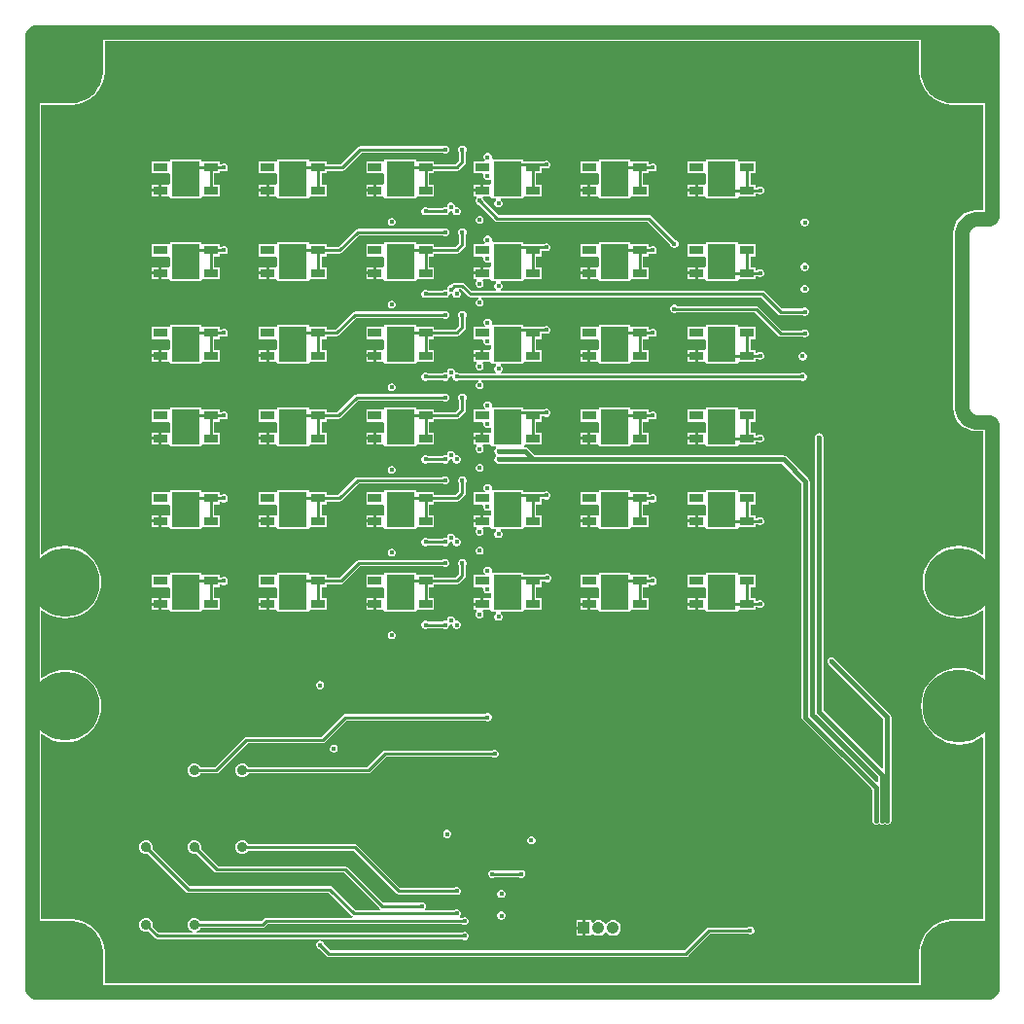
<source format=gbr>
G04*
G04 #@! TF.GenerationSoftware,Altium Limited,Altium Designer,24.1.2 (44)*
G04*
G04 Layer_Physical_Order=4*
G04 Layer_Color=16711680*
%FSLAX44Y44*%
%MOMM*%
G71*
G04*
G04 #@! TF.SameCoordinates,6DB90BD0-6BCB-4E72-83D2-ACCC89333B5C*
G04*
G04*
G04 #@! TF.FilePolarity,Positive*
G04*
G01*
G75*
%ADD18C,0.2540*%
%ADD39C,1.2700*%
%ADD59C,0.4000*%
%ADD60R,1.0500X1.0500*%
%ADD61C,1.0500*%
%ADD62C,0.4000*%
%ADD63C,6.3500*%
%ADD64C,1.0000*%
%ADD65C,1.2000*%
%ADD66C,6.0000*%
%ADD67C,0.5000*%
%ADD68C,0.9000*%
%ADD69R,1.1938X0.7620*%
%ADD70R,2.4892X3.0988*%
G36*
X843526Y840146D02*
X842830D01*
X842117Y839851D01*
X843464Y838504D01*
X841668Y836708D01*
X840321Y838055D01*
X840026Y837342D01*
Y835950D01*
X840321Y835237D01*
X841668Y836584D01*
X843464Y834788D01*
X842117Y833441D01*
X842830Y833146D01*
X843526D01*
Y830146D01*
X842830D01*
X842117Y829851D01*
X843464Y828504D01*
X841668Y826708D01*
X840321Y828055D01*
X840026Y827342D01*
Y825950D01*
X840321Y825238D01*
X841668Y826584D01*
X843464Y824788D01*
X842117Y823441D01*
X842830Y823146D01*
X843526D01*
Y820146D01*
X842830D01*
X842117Y819851D01*
X843464Y818504D01*
X841668Y816709D01*
X840321Y818055D01*
X840026Y817343D01*
Y815950D01*
X840321Y815238D01*
X841668Y816584D01*
X843464Y814788D01*
X842117Y813441D01*
X842830Y813146D01*
X843526D01*
Y810146D01*
X842830D01*
X842117Y809851D01*
X843464Y808504D01*
X841668Y806709D01*
X840321Y808055D01*
X840026Y807343D01*
Y805950D01*
X840321Y805238D01*
X841668Y806584D01*
X843464Y804788D01*
X842117Y803441D01*
X842830Y803146D01*
X843526D01*
Y800146D01*
X842830D01*
X842117Y799851D01*
X843464Y798504D01*
X841668Y796709D01*
X840321Y798055D01*
X840026Y797343D01*
Y795950D01*
X840321Y795238D01*
X841668Y796584D01*
X843464Y794788D01*
X842117Y793441D01*
X842830Y793146D01*
X843526D01*
Y790146D01*
X842830D01*
X842117Y789851D01*
X843464Y788505D01*
X841668Y786709D01*
X840321Y788055D01*
X840026Y787343D01*
Y785950D01*
X840321Y785238D01*
X841668Y786584D01*
X843464Y784788D01*
X842117Y783441D01*
X842830Y783146D01*
X843526D01*
Y781000D01*
X809293D01*
Y781000D01*
X807438Y781000D01*
X803761Y781484D01*
X800179Y782444D01*
X796752Y783863D01*
X793540Y785718D01*
X790598Y787975D01*
X787975Y790598D01*
X785718Y793540D01*
X783863Y796752D01*
X782444Y800179D01*
X781484Y803761D01*
X781000Y807438D01*
X781000Y809293D01*
X781000Y841582D01*
X781517Y842830D01*
Y843526D01*
X784517D01*
Y842830D01*
X784812Y842117D01*
X786159Y843464D01*
X787955Y841668D01*
X786608Y840321D01*
X787321Y840026D01*
X788713D01*
X789426Y840321D01*
X788079Y841668D01*
X789875Y843464D01*
X791222Y842117D01*
X791517Y842830D01*
Y843526D01*
X794517D01*
Y842830D01*
X794812Y842117D01*
X796159Y843464D01*
X797955Y841668D01*
X796608Y840321D01*
X797321Y840026D01*
X798713D01*
X799426Y840321D01*
X798079Y841668D01*
X799875Y843464D01*
X801222Y842117D01*
X801517Y842830D01*
Y843526D01*
X804517D01*
Y842830D01*
X804812Y842117D01*
X806159Y843464D01*
X807955Y841668D01*
X806608Y840321D01*
X807321Y840026D01*
X808713D01*
X809426Y840321D01*
X808079Y841668D01*
X809875Y843464D01*
X811222Y842117D01*
X811517Y842830D01*
Y843526D01*
X814517D01*
Y842830D01*
X814812Y842117D01*
X816159Y843464D01*
X817955Y841668D01*
X816608Y840321D01*
X817321Y840026D01*
X818713D01*
X819426Y840321D01*
X818079Y841668D01*
X819875Y843464D01*
X821222Y842117D01*
X821517Y842830D01*
Y843526D01*
X824517D01*
Y842830D01*
X824812Y842117D01*
X826159Y843464D01*
X827955Y841668D01*
X826608Y840321D01*
X827321Y840026D01*
X828713D01*
X829426Y840321D01*
X828079Y841668D01*
X829875Y843464D01*
X831222Y842117D01*
X831517Y842830D01*
Y843526D01*
X834517D01*
Y842833D01*
X834812Y842121D01*
X836159Y843467D01*
X837955Y841671D01*
X836608Y840324D01*
X837321Y840029D01*
X838713D01*
X839426Y840324D01*
X838079Y841671D01*
X839875Y843467D01*
X841222Y842121D01*
X841517Y842833D01*
Y843526D01*
X843526D01*
Y840146D01*
D02*
G37*
G36*
X64518Y842830D02*
X64813Y842117D01*
X66160Y843464D01*
X67956Y841668D01*
X66610Y840321D01*
X67322Y840026D01*
X68714D01*
X69000Y839835D01*
Y809293D01*
X69000D01*
X69000Y807438D01*
X68516Y803761D01*
X67556Y800179D01*
X66137Y796752D01*
X64282Y793540D01*
X62024Y790598D01*
X59402Y787975D01*
X56460Y785718D01*
X53248Y783863D01*
X49821Y782444D01*
X46239Y781484D01*
X42562Y781000D01*
X40707Y781000D01*
X11080Y781000D01*
X9974Y782270D01*
Y782789D01*
X9679Y783502D01*
X8332Y782155D01*
X6536Y783951D01*
X7883Y785298D01*
X7171Y785593D01*
X6474D01*
Y788593D01*
X7171D01*
X7883Y788888D01*
X6536Y790235D01*
X8332Y792031D01*
X9679Y790684D01*
X9974Y791397D01*
Y792789D01*
X9679Y793502D01*
X8332Y792155D01*
X6536Y793951D01*
X7883Y795298D01*
X7171Y795593D01*
X6474D01*
Y798593D01*
X7171D01*
X7883Y798888D01*
X6536Y800235D01*
X8332Y802031D01*
X9679Y800684D01*
X9974Y801397D01*
Y802789D01*
X9679Y803502D01*
X8332Y802155D01*
X6536Y803951D01*
X7883Y805298D01*
X7171Y805593D01*
X6474D01*
Y808593D01*
X7171D01*
X7883Y808888D01*
X6536Y810235D01*
X8332Y812031D01*
X9679Y810684D01*
X9974Y811397D01*
Y812789D01*
X9679Y813502D01*
X8332Y812155D01*
X6536Y813951D01*
X7883Y815298D01*
X7171Y815593D01*
X6474D01*
Y818593D01*
X7171D01*
X7883Y818888D01*
X6536Y820235D01*
X8332Y822031D01*
X9679Y820684D01*
X9974Y821397D01*
Y822789D01*
X9679Y823502D01*
X8332Y822155D01*
X6536Y823951D01*
X7883Y825298D01*
X7171Y825593D01*
X6474D01*
Y828593D01*
X7171D01*
X7883Y828888D01*
X6536Y830235D01*
X8332Y832031D01*
X9679Y830684D01*
X9974Y831397D01*
Y832789D01*
X9679Y833502D01*
X8332Y832155D01*
X6536Y833951D01*
X7883Y835298D01*
X7171Y835593D01*
X6474D01*
Y837803D01*
X7447Y838453D01*
X8839D01*
X9552Y838748D01*
X8205Y840095D01*
X10001Y841891D01*
X11348Y840544D01*
X11643Y841257D01*
Y842649D01*
X12229Y843526D01*
X14518D01*
Y842830D01*
X14814Y842117D01*
X16160Y843464D01*
X17956Y841668D01*
X16610Y840321D01*
X17322Y840026D01*
X18715D01*
X19427Y840321D01*
X18081Y841668D01*
X19877Y843464D01*
X21223Y842117D01*
X21518Y842830D01*
Y843526D01*
X24518D01*
Y842830D01*
X24814Y842117D01*
X26160Y843464D01*
X27956Y841668D01*
X26610Y840321D01*
X27322Y840026D01*
X28715D01*
X29427Y840321D01*
X28081Y841668D01*
X29877Y843464D01*
X31223Y842117D01*
X31518Y842830D01*
Y843526D01*
X34518D01*
Y842830D01*
X34813Y842117D01*
X36160Y843464D01*
X37956Y841668D01*
X36610Y840321D01*
X37322Y840026D01*
X38715D01*
X39427Y840321D01*
X38080Y841668D01*
X39877Y843464D01*
X41223Y842117D01*
X41518Y842830D01*
Y843526D01*
X44518D01*
Y842830D01*
X44813Y842117D01*
X46160Y843464D01*
X47956Y841668D01*
X46610Y840321D01*
X47322Y840026D01*
X48714D01*
X49427Y840321D01*
X48081Y841668D01*
X49877Y843464D01*
X51223Y842117D01*
X51518Y842830D01*
Y843526D01*
X54518D01*
Y842830D01*
X54813Y842117D01*
X56160Y843464D01*
X57956Y841668D01*
X56610Y840321D01*
X57322Y840026D01*
X58714D01*
X59427Y840321D01*
X58081Y841668D01*
X59877Y843464D01*
X61223Y842117D01*
X61518Y842830D01*
Y843526D01*
X64518D01*
Y842830D01*
D02*
G37*
G36*
X779376Y809293D02*
X779376Y807438D01*
X779419Y807335D01*
X779390Y807226D01*
X779874Y803549D01*
X779930Y803452D01*
X779916Y803341D01*
X780876Y799759D01*
X780944Y799669D01*
Y799557D01*
X782363Y796131D01*
X782443Y796052D01*
X782457Y795940D01*
X784312Y792729D01*
X784401Y792660D01*
X784430Y792552D01*
X786687Y789610D01*
X786785Y789554D01*
X786827Y789450D01*
X789450Y786827D01*
X789554Y786785D01*
X789610Y786687D01*
X792552Y784430D01*
X792660Y784400D01*
X792729Y784312D01*
X795940Y782457D01*
X796052Y782443D01*
X796131Y782363D01*
X799557Y780944D01*
X799669D01*
X799759Y780876D01*
X803341Y779916D01*
X803452Y779930D01*
X803549Y779874D01*
X807226Y779390D01*
X807335Y779419D01*
X807438Y779376D01*
X809293Y779376D01*
X809293Y779376D01*
X835232D01*
Y687825D01*
X828860D01*
X828860Y687853D01*
X824998Y687472D01*
X821285Y686346D01*
X817862Y684517D01*
X814863Y682055D01*
X812401Y679055D01*
X810572Y675633D01*
X809445Y671919D01*
X809065Y668057D01*
X809092D01*
Y515497D01*
X809065D01*
X809445Y511635D01*
X810572Y507922D01*
X812401Y504499D01*
X814863Y501500D01*
X817862Y499038D01*
X821285Y497209D01*
X824998Y496082D01*
X828860Y495702D01*
X828860Y495729D01*
X835232D01*
Y388808D01*
X834079Y388276D01*
X832572Y389563D01*
X828345Y392154D01*
X823764Y394051D01*
X818943Y395208D01*
X814000Y395597D01*
X809057Y395208D01*
X804236Y394051D01*
X799655Y392154D01*
X795427Y389563D01*
X791657Y386343D01*
X788437Y382573D01*
X785846Y378345D01*
X783949Y373764D01*
X782792Y368943D01*
X782403Y364000D01*
X782792Y359057D01*
X783949Y354236D01*
X785846Y349655D01*
X788437Y345428D01*
X791657Y341657D01*
X795427Y338437D01*
X799655Y335846D01*
X804236Y333949D01*
X809057Y332792D01*
X814000Y332403D01*
X818943Y332792D01*
X823764Y333949D01*
X828345Y335846D01*
X832572Y338437D01*
X834079Y339724D01*
X835232Y339192D01*
Y283514D01*
X834620Y283231D01*
X833962Y283056D01*
X829619Y285718D01*
X824783Y287720D01*
X819694Y288942D01*
X814477Y289353D01*
X809259Y288942D01*
X804170Y287720D01*
X799335Y285718D01*
X794873Y282983D01*
X790893Y279584D01*
X787494Y275604D01*
X784759Y271142D01*
X782757Y266307D01*
X781535Y261217D01*
X781124Y256000D01*
X781535Y250783D01*
X782757Y245693D01*
X784759Y240858D01*
X787494Y236396D01*
X790893Y232416D01*
X794873Y229017D01*
X799335Y226282D01*
X804170Y224280D01*
X809259Y223058D01*
X814477Y222647D01*
X819694Y223058D01*
X824783Y224280D01*
X829619Y226282D01*
X833962Y228944D01*
X834620Y228769D01*
X835232Y228486D01*
Y70624D01*
X809293Y70624D01*
X807438Y70624D01*
X807335Y70581D01*
X807226Y70610D01*
X803549Y70126D01*
X803452Y70069D01*
X803341Y70084D01*
X799759Y69124D01*
X799669Y69056D01*
X799557D01*
X796131Y67637D01*
X796052Y67557D01*
X795940Y67543D01*
X792729Y65688D01*
X792660Y65599D01*
X792552Y65570D01*
X789610Y63313D01*
X789554Y63215D01*
X789450Y63173D01*
X786827Y60550D01*
X786785Y60447D01*
X786687Y60390D01*
X784430Y57448D01*
X784400Y57340D01*
X784312Y57271D01*
X782457Y54060D01*
X782443Y53948D01*
X782363Y53869D01*
X780944Y50443D01*
Y50331D01*
X780876Y50241D01*
X779916Y46659D01*
X779930Y46548D01*
X779874Y46451D01*
X779390Y42774D01*
X779419Y42665D01*
X779376Y42562D01*
X779376Y40707D01*
X779376Y40707D01*
Y14768D01*
X70624D01*
Y40707D01*
X70624Y40708D01*
X70624Y42562D01*
X70581Y42665D01*
X70610Y42774D01*
X70126Y46451D01*
X70069Y46548D01*
X70084Y46659D01*
X69124Y50241D01*
X69056Y50331D01*
Y50443D01*
X67637Y53869D01*
X67557Y53948D01*
X67543Y54060D01*
X65688Y57271D01*
X65599Y57340D01*
X65570Y57448D01*
X63313Y60390D01*
X63215Y60447D01*
X63173Y60550D01*
X60550Y63173D01*
X60447Y63215D01*
X60390Y63313D01*
X57448Y65570D01*
X57340Y65599D01*
X57271Y65688D01*
X54060Y67543D01*
X53948Y67557D01*
X53869Y67637D01*
X50443Y69056D01*
X50331D01*
X50241Y69124D01*
X46659Y70084D01*
X46548Y70069D01*
X46451Y70126D01*
X42774Y70610D01*
X42665Y70581D01*
X42562Y70624D01*
X40707Y70624D01*
X14768Y70624D01*
Y231192D01*
X15921Y231724D01*
X17428Y230437D01*
X21655Y227847D01*
X26236Y225949D01*
X31057Y224792D01*
X36000Y224403D01*
X40943Y224792D01*
X45764Y225949D01*
X50345Y227847D01*
X54573Y230437D01*
X58343Y233657D01*
X61563Y237428D01*
X64153Y241655D01*
X66051Y246236D01*
X67208Y251057D01*
X67597Y256000D01*
X67208Y260943D01*
X66051Y265764D01*
X64153Y270345D01*
X61563Y274573D01*
X58343Y278343D01*
X54573Y281563D01*
X50345Y284153D01*
X45764Y286051D01*
X40943Y287208D01*
X36000Y287597D01*
X31057Y287208D01*
X26236Y286051D01*
X21655Y284153D01*
X17428Y281563D01*
X15921Y280276D01*
X14768Y280808D01*
Y339192D01*
X15921Y339724D01*
X17428Y338437D01*
X21655Y335846D01*
X26236Y333949D01*
X31057Y332792D01*
X36000Y332403D01*
X40943Y332792D01*
X45764Y333949D01*
X50345Y335846D01*
X54573Y338437D01*
X58343Y341657D01*
X61563Y345428D01*
X64153Y349655D01*
X66051Y354236D01*
X67208Y359057D01*
X67597Y364000D01*
X67208Y368943D01*
X66051Y373764D01*
X64153Y378345D01*
X61563Y382573D01*
X58343Y386343D01*
X54573Y389563D01*
X50345Y392154D01*
X45764Y394051D01*
X40943Y395208D01*
X36000Y395597D01*
X31057Y395208D01*
X26236Y394051D01*
X21655Y392154D01*
X17428Y389563D01*
X15921Y388276D01*
X14768Y388808D01*
Y779376D01*
X40707Y779376D01*
X42562Y779376D01*
X42665Y779419D01*
X42774Y779390D01*
X46451Y779874D01*
X46548Y779930D01*
X46659Y779916D01*
X50241Y780876D01*
X50331Y780944D01*
X50443D01*
X53869Y782363D01*
X53948Y782443D01*
X54060Y782457D01*
X57271Y784312D01*
X57340Y784401D01*
X57448Y784430D01*
X60390Y786687D01*
X60447Y786785D01*
X60550Y786827D01*
X63173Y789450D01*
X63215Y789554D01*
X63313Y789610D01*
X65570Y792552D01*
X65599Y792660D01*
X65688Y792729D01*
X67543Y795940D01*
X67557Y796052D01*
X67637Y796131D01*
X69056Y799557D01*
Y799669D01*
X69124Y799759D01*
X70084Y803341D01*
X70069Y803452D01*
X70126Y803549D01*
X70610Y807226D01*
X70581Y807335D01*
X70624Y807438D01*
X70624Y809292D01*
X70624Y809293D01*
Y835232D01*
X779376D01*
X779376Y809293D01*
D02*
G37*
G36*
X841543Y68424D02*
X842830Y67891D01*
X843526D01*
Y64891D01*
X842830D01*
X842117Y64596D01*
X843464Y63249D01*
X841668Y61453D01*
X840321Y62800D01*
X840026Y62087D01*
Y60695D01*
X840321Y59982D01*
X841668Y61329D01*
X843464Y59533D01*
X842117Y58186D01*
X842830Y57891D01*
X843526D01*
Y54891D01*
X842830D01*
X842117Y54596D01*
X843464Y53249D01*
X841668Y51453D01*
X840321Y52800D01*
X840026Y52087D01*
Y50695D01*
X840321Y49982D01*
X841668Y51329D01*
X843464Y49533D01*
X842117Y48186D01*
X842830Y47891D01*
X843526D01*
Y44891D01*
X842830D01*
X842117Y44596D01*
X843464Y43249D01*
X841668Y41453D01*
X840321Y42800D01*
X840026Y42087D01*
Y40695D01*
X840321Y39982D01*
X841668Y41329D01*
X843464Y39533D01*
X842117Y38186D01*
X842830Y37891D01*
X843526D01*
Y34891D01*
X842830D01*
X842117Y34596D01*
X843464Y33249D01*
X841668Y31453D01*
X840321Y32800D01*
X840026Y32087D01*
Y30695D01*
X840321Y29982D01*
X841668Y31329D01*
X843464Y29533D01*
X842117Y28186D01*
X842830Y27891D01*
X843526D01*
Y24891D01*
X842830D01*
X842117Y24596D01*
X843464Y23249D01*
X841668Y21453D01*
X840321Y22800D01*
X840026Y22087D01*
Y20695D01*
X840321Y19982D01*
X841668Y21329D01*
X843464Y19533D01*
X842117Y18186D01*
X842830Y17891D01*
X843526D01*
Y14891D01*
X842755D01*
X842042Y14596D01*
X843389Y13250D01*
X841593Y11454D01*
X840246Y12800D01*
X839951Y12088D01*
Y10695D01*
X840246Y9983D01*
X841593Y11329D01*
X843389Y9533D01*
X842042Y8187D01*
X842755Y7891D01*
X843526D01*
Y6474D01*
X838244D01*
Y7171D01*
X837949Y7883D01*
X836602Y6536D01*
X834806Y8332D01*
X836152Y9679D01*
X835440Y9974D01*
X834047D01*
X833335Y9679D01*
X834681Y8332D01*
X832886Y6536D01*
X831539Y7883D01*
X831244Y7171D01*
Y6474D01*
X828244D01*
Y7171D01*
X827949Y7883D01*
X826602Y6536D01*
X824806Y8332D01*
X826152Y9679D01*
X825440Y9974D01*
X824047D01*
X823335Y9679D01*
X824681Y8332D01*
X822886Y6536D01*
X821539Y7883D01*
X821244Y7171D01*
Y6474D01*
X818244D01*
Y7171D01*
X817949Y7883D01*
X816602Y6536D01*
X814806Y8332D01*
X816152Y9679D01*
X815440Y9974D01*
X814047D01*
X813335Y9679D01*
X814682Y8332D01*
X812886Y6536D01*
X811539Y7883D01*
X811244Y7171D01*
Y6474D01*
X808244D01*
Y7171D01*
X807949Y7883D01*
X806602Y6536D01*
X804806Y8332D01*
X806152Y9679D01*
X805440Y9974D01*
X804048D01*
X803335Y9679D01*
X804682Y8332D01*
X802886Y6536D01*
X801539Y7883D01*
X801244Y7171D01*
Y6474D01*
X798244D01*
Y7171D01*
X797949Y7883D01*
X796602Y6536D01*
X794806Y8332D01*
X796153Y9679D01*
X795440Y9974D01*
X794048D01*
X793335Y9679D01*
X794682Y8332D01*
X792886Y6536D01*
X791539Y7883D01*
X791244Y7171D01*
Y6474D01*
X788244D01*
Y7171D01*
X787949Y7883D01*
X786602Y6536D01*
X784806Y8332D01*
X786153Y9679D01*
X785440Y9974D01*
X784048D01*
X782761Y9441D01*
X782270Y8950D01*
X781000Y9476D01*
Y40707D01*
X781000Y40707D01*
X781000Y40707D01*
X781000Y42562D01*
X781484Y46239D01*
X782444Y49821D01*
X783863Y53248D01*
X785718Y56460D01*
X787975Y59402D01*
X790598Y62024D01*
X793540Y64282D01*
X796752Y66137D01*
X800179Y67556D01*
X803761Y68516D01*
X807438Y69000D01*
X809293Y69000D01*
X840967Y69000D01*
X841543Y68424D01*
D02*
G37*
G36*
X40707Y69000D02*
X42562Y69000D01*
X46239Y68516D01*
X49821Y67556D01*
X53248Y66137D01*
X56460Y64282D01*
X59402Y62024D01*
X62024Y59402D01*
X64282Y56460D01*
X66137Y53248D01*
X67556Y49821D01*
X68516Y46239D01*
X69000Y42562D01*
X69000Y40707D01*
X69000D01*
X69000Y40707D01*
Y8667D01*
X68668Y8601D01*
X66603Y6536D01*
X64807Y8332D01*
X66154Y9679D01*
X65441Y9974D01*
X64049D01*
X63336Y9679D01*
X64683Y8332D01*
X62887Y6536D01*
X61540Y7883D01*
X61245Y7171D01*
Y6474D01*
X58245D01*
Y7171D01*
X57950Y7883D01*
X56603Y6536D01*
X54807Y8332D01*
X56154Y9679D01*
X55441Y9974D01*
X54049D01*
X53337Y9679D01*
X54683Y8332D01*
X52887Y6536D01*
X51540Y7883D01*
X51245Y7171D01*
Y6474D01*
X48245D01*
Y7171D01*
X47950Y7883D01*
X46603Y6536D01*
X44808Y8332D01*
X46154Y9679D01*
X45441Y9974D01*
X44049D01*
X43337Y9679D01*
X44683Y8332D01*
X42887Y6536D01*
X41540Y7883D01*
X41245Y7171D01*
Y6474D01*
X38245D01*
Y7171D01*
X37950Y7883D01*
X36604Y6536D01*
X34808Y8332D01*
X36154Y9679D01*
X35442Y9974D01*
X34049D01*
X33337Y9679D01*
X34683Y8332D01*
X32887Y6536D01*
X31541Y7883D01*
X31245Y7171D01*
Y6474D01*
X28245D01*
Y7171D01*
X27950Y7883D01*
X26604Y6536D01*
X24808Y8332D01*
X26154Y9679D01*
X25442Y9974D01*
X24049D01*
X23337Y9679D01*
X24683Y8332D01*
X22887Y6536D01*
X21541Y7883D01*
X21245Y7171D01*
Y6474D01*
X18245D01*
Y7171D01*
X17950Y7883D01*
X16604Y6536D01*
X14807Y8332D01*
X16154Y9679D01*
X15441Y9974D01*
X14049D01*
X13336Y9679D01*
X14683Y8332D01*
X12887Y6536D01*
X11540Y7883D01*
X11245Y7171D01*
Y6474D01*
X6474D01*
Y8595D01*
X7171D01*
X7883Y8890D01*
X6536Y10237D01*
X8332Y12033D01*
X9679Y10686D01*
X9974Y11399D01*
Y12791D01*
X9679Y13504D01*
X8332Y12157D01*
X6536Y13953D01*
X7883Y15300D01*
X7171Y15595D01*
X6474D01*
Y18595D01*
X7171D01*
X7883Y18890D01*
X6536Y20236D01*
X8332Y22032D01*
X9679Y20686D01*
X9974Y21398D01*
Y22791D01*
X9679Y23503D01*
X8332Y22157D01*
X6536Y23953D01*
X7883Y25299D01*
X7171Y25595D01*
X6474D01*
Y28595D01*
X7171D01*
X7883Y28890D01*
X6536Y30236D01*
X8332Y32032D01*
X9679Y30686D01*
X9974Y31398D01*
Y32791D01*
X9679Y33503D01*
X8332Y32157D01*
X6536Y33953D01*
X7883Y35299D01*
X7171Y35595D01*
X6474D01*
Y38595D01*
X7171D01*
X7883Y38890D01*
X6536Y40236D01*
X8332Y42032D01*
X9679Y40686D01*
X9974Y41398D01*
Y42791D01*
X9679Y43503D01*
X8332Y42157D01*
X6536Y43953D01*
X7883Y45300D01*
X7171Y45595D01*
X6474D01*
Y48595D01*
X7171D01*
X7883Y48890D01*
X6536Y50236D01*
X8332Y52032D01*
X9679Y50686D01*
X9974Y51398D01*
Y52791D01*
X9679Y53503D01*
X8332Y52157D01*
X6536Y53953D01*
X7883Y55299D01*
X7171Y55595D01*
X6474D01*
Y58595D01*
X7171D01*
X7883Y58890D01*
X6536Y60236D01*
X8332Y62032D01*
X9679Y60686D01*
X9974Y61398D01*
Y62791D01*
X9679Y63503D01*
X8332Y62157D01*
X6536Y63953D01*
X7883Y65299D01*
X7171Y65595D01*
X6474D01*
Y68595D01*
X7171D01*
X8149Y69000D01*
X40707Y69000D01*
D02*
G37*
%LPC*%
G36*
X367546Y744184D02*
X366154D01*
X364867Y743651D01*
X364725Y743508D01*
X292940D01*
X292940Y743508D01*
X291859Y743293D01*
X290943Y742681D01*
X290943Y742681D01*
X276086Y727824D01*
X263907D01*
Y730310D01*
X248969D01*
X248286Y731297D01*
Y731994D01*
X220394D01*
Y731297D01*
X219711Y730310D01*
X219124Y730310D01*
X204773D01*
Y719690D01*
X219124D01*
X219711Y719690D01*
X220394Y718703D01*
Y711297D01*
X219711Y710310D01*
X219124Y710310D01*
X213512D01*
Y708622D01*
X210972D01*
Y710310D01*
X204773D01*
Y706270D01*
X206461D01*
Y703730D01*
X204773D01*
Y699690D01*
X210972D01*
Y701377D01*
X213512D01*
Y699690D01*
X219124D01*
X219711Y699690D01*
X220394Y698703D01*
Y698006D01*
X248286D01*
Y698703D01*
X248969Y699690D01*
X263907D01*
Y710310D01*
X259262D01*
Y719690D01*
X263907D01*
Y722176D01*
X277256D01*
X277256Y722176D01*
X278337Y722391D01*
X279253Y723003D01*
X294110Y737860D01*
X364725D01*
X364867Y737717D01*
X366154Y737184D01*
X367546D01*
X368833Y737717D01*
X369817Y738701D01*
X370350Y739988D01*
Y741380D01*
X369817Y742667D01*
X368833Y743651D01*
X367546Y744184D01*
D02*
G37*
G36*
X382546D02*
X381154D01*
X379868Y743651D01*
X378883Y742667D01*
X378350Y741380D01*
Y739988D01*
X378883Y738701D01*
X379026Y738559D01*
Y731117D01*
X375733Y727824D01*
X357247D01*
Y730310D01*
X342309D01*
X341626Y731297D01*
Y731994D01*
X313734D01*
Y731297D01*
X313051Y730310D01*
X312464Y730310D01*
X298113D01*
Y719690D01*
X312464D01*
X313051Y719690D01*
X313734Y718703D01*
Y711297D01*
X313051Y710310D01*
X312464Y710310D01*
X306852D01*
Y708622D01*
X304312D01*
Y710310D01*
X298113D01*
Y706270D01*
X299801D01*
Y703730D01*
X298113D01*
Y699690D01*
X304312D01*
Y701377D01*
X306852D01*
Y699690D01*
X312464D01*
X313051Y699690D01*
X313734Y698703D01*
Y698006D01*
X341626D01*
Y698703D01*
X342309Y699690D01*
X357247D01*
Y710310D01*
X352602D01*
Y719690D01*
X357247D01*
Y722176D01*
X376903D01*
X376903Y722176D01*
X377984Y722391D01*
X378900Y723003D01*
X383847Y727950D01*
X384459Y728866D01*
X384674Y729947D01*
X384674Y729947D01*
Y738559D01*
X384817Y738701D01*
X385350Y739988D01*
Y741380D01*
X384817Y742667D01*
X383833Y743651D01*
X382546Y744184D01*
D02*
G37*
G36*
X404556Y737524D02*
X403164D01*
X401877Y736991D01*
X400893Y736007D01*
X400360Y734720D01*
Y733328D01*
X400893Y732041D01*
X401354Y731580D01*
X400828Y730310D01*
X391453D01*
Y719690D01*
X399583D01*
X400432Y718420D01*
X400360Y718246D01*
Y716854D01*
X400893Y715567D01*
X401877Y714583D01*
X403164Y714050D01*
X404556D01*
X405843Y714583D01*
X407074Y714018D01*
Y711297D01*
X406391Y710310D01*
X405804Y710310D01*
X400192D01*
Y708622D01*
X397652D01*
Y710310D01*
X391453D01*
Y706270D01*
X393141D01*
Y703730D01*
X391453D01*
Y699690D01*
X393884D01*
X394410Y698420D01*
X393949Y697959D01*
X393416Y696672D01*
Y695280D01*
X393949Y693993D01*
X394933Y693009D01*
X396220Y692476D01*
X396422D01*
X410175Y678723D01*
X410175Y678723D01*
X411091Y678111D01*
X412172Y677896D01*
X543024D01*
X562920Y658000D01*
Y657798D01*
X563453Y656511D01*
X564437Y655527D01*
X565724Y654994D01*
X567116D01*
X568403Y655527D01*
X569387Y656511D01*
X569920Y657798D01*
Y659190D01*
X569387Y660477D01*
X568403Y661461D01*
X567116Y661994D01*
X566914D01*
X546191Y682717D01*
X545275Y683329D01*
X544194Y683544D01*
X544194Y683544D01*
X413342D01*
X400416Y696470D01*
Y696672D01*
X399883Y697959D01*
X399422Y698420D01*
X399948Y699690D01*
X405804D01*
X406391Y699690D01*
X407074Y698703D01*
Y698006D01*
X410963D01*
X411239Y696839D01*
X411241Y696736D01*
X410275Y695770D01*
X409742Y694483D01*
Y693091D01*
X410275Y691804D01*
X411259Y690820D01*
X412545Y690287D01*
X413938D01*
X415224Y690820D01*
X416209Y691804D01*
X416742Y693091D01*
Y694483D01*
X416209Y695770D01*
X415242Y696736D01*
X415244Y696839D01*
X415521Y698006D01*
X434966D01*
Y698703D01*
X435649Y699690D01*
X450587D01*
Y710310D01*
X445942D01*
Y719690D01*
X450587D01*
Y724676D01*
X452874D01*
X453016Y724533D01*
X454303Y724000D01*
X455695D01*
X456982Y724533D01*
X457966Y725517D01*
X458499Y726804D01*
Y728196D01*
X457966Y729483D01*
X456982Y730467D01*
X455695Y731000D01*
X454303D01*
X453016Y730467D01*
X452874Y730324D01*
X445618D01*
X445618Y730324D01*
X445618Y730324D01*
X434966D01*
Y731994D01*
X408182D01*
X407333Y733264D01*
X407360Y733328D01*
Y734720D01*
X406827Y736007D01*
X405843Y736991D01*
X404556Y737524D01*
D02*
G37*
G36*
X528306Y731994D02*
X500414D01*
Y731297D01*
X499731Y730310D01*
X499144Y730310D01*
X484793D01*
Y719690D01*
X499144D01*
X499731Y719690D01*
X500414Y718703D01*
Y711297D01*
X499731Y710310D01*
X499144Y710310D01*
X493532D01*
Y708622D01*
X490992D01*
Y710310D01*
X484793D01*
Y706270D01*
X486481D01*
Y703730D01*
X484793D01*
Y699690D01*
X490992D01*
Y701377D01*
X493532D01*
Y699690D01*
X499144D01*
X499731Y699690D01*
X500414Y698703D01*
Y698006D01*
X528306D01*
Y698703D01*
X528989Y699690D01*
X543927D01*
Y710310D01*
X539282D01*
Y719690D01*
X543927D01*
Y722176D01*
X545499D01*
X545641Y722033D01*
X546928Y721500D01*
X548320D01*
X549607Y722033D01*
X550591Y723017D01*
X551124Y724304D01*
Y725696D01*
X550591Y726982D01*
X549607Y727967D01*
X548320Y728500D01*
X546928D01*
X545641Y727967D01*
X545499Y727824D01*
X543927D01*
Y730310D01*
X528989D01*
X528306Y731297D01*
Y731994D01*
D02*
G37*
G36*
X154946D02*
X127054D01*
Y731297D01*
X126371Y730310D01*
X125784Y730310D01*
X111433D01*
Y719690D01*
X125784D01*
X126371Y719690D01*
X127054Y718703D01*
Y711297D01*
X126371Y710310D01*
X125784Y710310D01*
X120172D01*
Y708622D01*
X117632D01*
Y710310D01*
X111433D01*
Y706270D01*
X113121D01*
Y703730D01*
X111433D01*
Y699690D01*
X117632D01*
Y701377D01*
X120172D01*
Y699690D01*
X125784D01*
X126371Y699690D01*
X127054Y698703D01*
Y698006D01*
X154946D01*
Y698703D01*
X155629Y699690D01*
X170567D01*
Y710310D01*
X165922D01*
Y719690D01*
X170567D01*
Y722176D01*
X172139D01*
X172281Y722033D01*
X173568Y721500D01*
X174960D01*
X176247Y722033D01*
X177231Y723017D01*
X177764Y724304D01*
Y725696D01*
X177231Y726982D01*
X176247Y727967D01*
X174960Y728500D01*
X173568D01*
X172281Y727967D01*
X172139Y727824D01*
X170567D01*
Y730310D01*
X155629D01*
X154946Y731297D01*
Y731994D01*
D02*
G37*
G36*
X621646D02*
X593754D01*
Y731297D01*
X593071Y730310D01*
X592484Y730310D01*
X578133D01*
Y719690D01*
X592484D01*
X593071Y719690D01*
X593754Y718703D01*
Y711297D01*
X593071Y710310D01*
X592484Y710310D01*
X586872D01*
Y708622D01*
X584332D01*
Y710310D01*
X578133D01*
Y706270D01*
X579821D01*
Y703730D01*
X578133D01*
Y699690D01*
X584332D01*
Y701377D01*
X586872D01*
Y699690D01*
X592484D01*
X593071Y699690D01*
X593754Y698703D01*
Y698006D01*
X621646D01*
Y698703D01*
X622329Y699690D01*
X637267D01*
Y702176D01*
X638839D01*
X638981Y702033D01*
X640268Y701500D01*
X641660D01*
X642947Y702033D01*
X643931Y703017D01*
X644464Y704304D01*
Y705696D01*
X643931Y706982D01*
X642947Y707967D01*
X641660Y708500D01*
X640268D01*
X638981Y707967D01*
X638839Y707824D01*
X637267D01*
Y710310D01*
X632622D01*
Y719690D01*
X637267D01*
Y730310D01*
X622329D01*
X621646Y731297D01*
Y731994D01*
D02*
G37*
G36*
X372546Y694314D02*
X371154D01*
X369868Y693781D01*
X368883Y692797D01*
X368350Y691510D01*
Y691358D01*
X367546Y690316D01*
X366154D01*
X364867Y689783D01*
X364725Y689640D01*
X351902D01*
X351761Y689781D01*
X350474Y690314D01*
X349082D01*
X347795Y689781D01*
X346811Y688797D01*
X346278Y687511D01*
Y686118D01*
X346811Y684832D01*
X347795Y683847D01*
X349082Y683314D01*
X350474D01*
X351761Y683847D01*
X351905Y683992D01*
X364725D01*
X364867Y683849D01*
X366154Y683316D01*
X367546D01*
X368833Y683849D01*
X369817Y684833D01*
X370350Y686120D01*
Y686273D01*
X371154Y687314D01*
X372546D01*
X373350Y686273D01*
Y686118D01*
X373883Y684832D01*
X374867Y683847D01*
X376154Y683314D01*
X377546D01*
X378833Y683847D01*
X379817Y684832D01*
X380350Y686118D01*
Y687511D01*
X379817Y688797D01*
X378833Y689781D01*
X377546Y690314D01*
X376154D01*
X375350Y691356D01*
Y691510D01*
X374817Y692797D01*
X373833Y693781D01*
X372546Y694314D01*
D02*
G37*
G36*
X397612Y682950D02*
X396220D01*
X394933Y682417D01*
X393949Y681433D01*
X393416Y680146D01*
Y678754D01*
X393949Y677467D01*
X394933Y676483D01*
X396220Y675950D01*
X397612D01*
X398899Y676483D01*
X399883Y677467D01*
X400416Y678754D01*
Y680146D01*
X399883Y681433D01*
X398899Y682417D01*
X397612Y682950D01*
D02*
G37*
G36*
X321155Y681252D02*
X319762D01*
X318476Y680719D01*
X317491Y679734D01*
X316959Y678448D01*
Y677055D01*
X317491Y675769D01*
X318476Y674784D01*
X319762Y674252D01*
X321155D01*
X322441Y674784D01*
X323426Y675769D01*
X323959Y677055D01*
Y678448D01*
X323426Y679734D01*
X322441Y680719D01*
X321155Y681252D01*
D02*
G37*
G36*
X680680Y680711D02*
X679288D01*
X678001Y680179D01*
X677017Y679194D01*
X676484Y677908D01*
Y676515D01*
X677017Y675229D01*
X678001Y674244D01*
X679288Y673711D01*
X680680D01*
X681967Y674244D01*
X682951Y675229D01*
X683484Y676515D01*
Y677908D01*
X682951Y679194D01*
X681967Y680179D01*
X680680Y680711D01*
D02*
G37*
G36*
X367546Y672184D02*
X366154D01*
X364867Y671651D01*
X364725Y671508D01*
X290739D01*
X290739Y671508D01*
X289658Y671293D01*
X288742Y670681D01*
X288742Y670681D01*
X273885Y655824D01*
X263907D01*
Y658310D01*
X248969D01*
X248286Y659297D01*
Y659994D01*
X220394D01*
Y659297D01*
X219711Y658310D01*
X219124Y658310D01*
X204773D01*
Y647690D01*
X219124D01*
X219711Y647690D01*
X220394Y646703D01*
Y639297D01*
X219711Y638310D01*
X219124Y638310D01*
X213512D01*
Y636622D01*
X210972D01*
Y638310D01*
X204773D01*
Y634270D01*
X206461D01*
Y631730D01*
X204773D01*
Y627690D01*
X210972D01*
Y629378D01*
X213512D01*
Y627690D01*
X219124D01*
X219711Y627690D01*
X220394Y626703D01*
Y626006D01*
X248286D01*
Y626703D01*
X248969Y627690D01*
X263907D01*
Y638310D01*
X259262D01*
Y647690D01*
X263907D01*
Y650176D01*
X275055D01*
X275055Y650176D01*
X276136Y650391D01*
X277052Y651003D01*
X291909Y665860D01*
X364725D01*
X364867Y665717D01*
X366154Y665184D01*
X367546D01*
X368833Y665717D01*
X369817Y666701D01*
X370350Y667988D01*
Y669380D01*
X369817Y670667D01*
X368833Y671651D01*
X367546Y672184D01*
D02*
G37*
G36*
X382546D02*
X381154D01*
X379868Y671651D01*
X378883Y670667D01*
X378350Y669380D01*
Y667988D01*
X378883Y666701D01*
X379026Y666559D01*
Y659117D01*
X375733Y655824D01*
X357247D01*
Y658310D01*
X342309D01*
X341626Y659297D01*
Y659994D01*
X313734D01*
Y659297D01*
X313051Y658310D01*
X312464Y658310D01*
X298113D01*
Y647690D01*
X312464D01*
X313051Y647690D01*
X313734Y646703D01*
Y639297D01*
X313051Y638310D01*
X312464Y638310D01*
X306852D01*
Y636622D01*
X304312D01*
Y638310D01*
X298113D01*
Y634270D01*
X299801D01*
Y631730D01*
X298113D01*
Y627690D01*
X304312D01*
Y629378D01*
X306852D01*
Y627690D01*
X312464D01*
X313051Y627690D01*
X313734Y626703D01*
Y626006D01*
X341626D01*
Y626703D01*
X342309Y627690D01*
X357247D01*
Y638310D01*
X352602D01*
Y647690D01*
X357247D01*
Y650176D01*
X376903D01*
X376903Y650176D01*
X377984Y650391D01*
X378900Y651003D01*
X383847Y655950D01*
X384459Y656867D01*
X384674Y657947D01*
X384674Y657947D01*
Y666559D01*
X384817Y666701D01*
X385350Y667988D01*
Y669380D01*
X384817Y670667D01*
X383833Y671651D01*
X382546Y672184D01*
D02*
G37*
G36*
X404556Y665524D02*
X403164D01*
X401877Y664991D01*
X400893Y664007D01*
X400360Y662720D01*
Y661328D01*
X400893Y660041D01*
X401354Y659580D01*
X400828Y658310D01*
X391453D01*
Y647690D01*
X399583D01*
X400432Y646420D01*
X400360Y646246D01*
Y644854D01*
X400893Y643567D01*
X401877Y642583D01*
X403164Y642050D01*
X404556D01*
X405843Y642583D01*
X407074Y642018D01*
Y639297D01*
X406391Y638310D01*
X405804Y638310D01*
X400192D01*
Y636622D01*
X397652D01*
Y638310D01*
X391453D01*
Y634270D01*
X393141D01*
Y631730D01*
X391453D01*
Y627690D01*
X393884D01*
X394410Y626420D01*
X393949Y625959D01*
X393416Y624672D01*
Y623280D01*
X393949Y621993D01*
X394933Y621009D01*
X396220Y620476D01*
X397612D01*
X398899Y621009D01*
X399883Y621993D01*
X400416Y623280D01*
Y624672D01*
X399883Y625959D01*
X399422Y626420D01*
X399948Y627690D01*
X405804D01*
X406391Y627690D01*
X407074Y626703D01*
Y626006D01*
X410963D01*
X411239Y624840D01*
X411241Y624736D01*
X410275Y623769D01*
X409742Y622483D01*
Y621091D01*
X410275Y619804D01*
X411169Y618910D01*
X411126Y618486D01*
X410788Y617640D01*
X389991D01*
X383847Y623784D01*
X382931Y624396D01*
X381850Y624611D01*
X381850Y624611D01*
X374823D01*
X373742Y624396D01*
X372826Y623784D01*
X372826Y623784D01*
X371356Y622314D01*
X371154D01*
X369868Y621781D01*
X368883Y620797D01*
X368350Y619510D01*
Y619358D01*
X367546Y618316D01*
X366154D01*
X364867Y617783D01*
X364725Y617640D01*
X351902D01*
X351761Y617782D01*
X350474Y618314D01*
X349082D01*
X347795Y617782D01*
X346811Y616797D01*
X346278Y615511D01*
Y614118D01*
X346811Y612832D01*
X347795Y611847D01*
X349082Y611314D01*
X350474D01*
X351761Y611847D01*
X351905Y611992D01*
X364725D01*
X364867Y611849D01*
X366154Y611316D01*
X367546D01*
X368833Y611849D01*
X369817Y612833D01*
X370350Y614120D01*
Y614272D01*
X371154Y615314D01*
X372546D01*
X373350Y614272D01*
Y614118D01*
X373883Y612832D01*
X374867Y611847D01*
X376154Y611314D01*
X377546D01*
X378833Y611847D01*
X379817Y612832D01*
X380350Y614118D01*
Y615511D01*
X379817Y616797D01*
X378922Y617693D01*
X378963Y618111D01*
X379300Y618963D01*
X380680D01*
X386824Y612819D01*
X387740Y612207D01*
X388821Y611992D01*
X388821Y611992D01*
X395416D01*
X395669Y610722D01*
X394933Y610417D01*
X393949Y609433D01*
X393416Y608146D01*
Y606754D01*
X393949Y605467D01*
X394933Y604483D01*
X396220Y603950D01*
X397612D01*
X398899Y604483D01*
X399883Y605467D01*
X400416Y606754D01*
Y608146D01*
X399883Y609433D01*
X398899Y610417D01*
X398163Y610722D01*
X398416Y611992D01*
X642262D01*
X656823Y597431D01*
X656823Y597431D01*
X657739Y596819D01*
X658820Y596604D01*
X677859D01*
X678001Y596461D01*
X679288Y595928D01*
X680680D01*
X681967Y596461D01*
X682951Y597445D01*
X683484Y598732D01*
Y600124D01*
X682951Y601410D01*
X681967Y602395D01*
X680680Y602928D01*
X679288D01*
X678001Y602395D01*
X677859Y602252D01*
X659990D01*
X645429Y616813D01*
X644512Y617425D01*
X643432Y617640D01*
X643432Y617640D01*
X415695D01*
X415358Y618486D01*
X415315Y618910D01*
X416209Y619804D01*
X416742Y621091D01*
Y622483D01*
X416209Y623769D01*
X415242Y624736D01*
X415244Y624840D01*
X415521Y626006D01*
X434966D01*
Y626703D01*
X435649Y627690D01*
X450587D01*
Y638310D01*
X445942D01*
Y647690D01*
X450587D01*
Y652676D01*
X452874D01*
X453016Y652533D01*
X454303Y652000D01*
X455695D01*
X456982Y652533D01*
X457966Y653517D01*
X458499Y654804D01*
Y656196D01*
X457966Y657483D01*
X456982Y658467D01*
X455695Y659000D01*
X454303D01*
X453016Y658467D01*
X452874Y658324D01*
X434966D01*
Y659994D01*
X408182D01*
X407334Y661264D01*
X407360Y661328D01*
Y662720D01*
X406827Y664007D01*
X405843Y664991D01*
X404556Y665524D01*
D02*
G37*
G36*
X528306Y659994D02*
X500414D01*
Y659297D01*
X499731Y658310D01*
X499144Y658310D01*
X484793D01*
Y647690D01*
X499144D01*
X499731Y647690D01*
X500414Y646703D01*
Y639297D01*
X499731Y638310D01*
X499144Y638310D01*
X493532D01*
Y636622D01*
X490992D01*
Y638310D01*
X484793D01*
Y634270D01*
X486481D01*
Y631730D01*
X484793D01*
Y627690D01*
X490992D01*
Y629378D01*
X493532D01*
Y627690D01*
X499144D01*
X499731Y627690D01*
X500414Y626703D01*
Y626006D01*
X528306D01*
Y626703D01*
X528989Y627690D01*
X543927D01*
Y638310D01*
X539282D01*
Y647690D01*
X543927D01*
Y650176D01*
X545499D01*
X545641Y650033D01*
X546928Y649500D01*
X548320D01*
X549607Y650033D01*
X550591Y651017D01*
X551124Y652304D01*
Y653696D01*
X550591Y654983D01*
X549607Y655967D01*
X548320Y656500D01*
X546928D01*
X545641Y655967D01*
X545499Y655824D01*
X543927D01*
Y658310D01*
X528989D01*
X528306Y659297D01*
Y659994D01*
D02*
G37*
G36*
X154946D02*
X127054D01*
Y659297D01*
X126371Y658310D01*
X125784Y658310D01*
X111433D01*
Y647690D01*
X125784D01*
X126371Y647690D01*
X127054Y646703D01*
Y639297D01*
X126371Y638310D01*
X125784Y638310D01*
X120172D01*
Y636622D01*
X117632D01*
Y638310D01*
X111433D01*
Y634270D01*
X113121D01*
Y631730D01*
X111433D01*
Y627690D01*
X117632D01*
Y629378D01*
X120172D01*
Y627690D01*
X125784D01*
X126371Y627690D01*
X127054Y626703D01*
Y626006D01*
X154946D01*
Y626703D01*
X155629Y627690D01*
X170567D01*
Y638310D01*
X165922D01*
Y647690D01*
X170567D01*
Y650176D01*
X172139D01*
X172281Y650033D01*
X173568Y649500D01*
X174960D01*
X176247Y650033D01*
X177231Y651017D01*
X177764Y652304D01*
Y653696D01*
X177231Y654983D01*
X176247Y655967D01*
X174960Y656500D01*
X173568D01*
X172281Y655967D01*
X172139Y655824D01*
X170567D01*
Y658310D01*
X155629D01*
X154946Y659297D01*
Y659994D01*
D02*
G37*
G36*
X621646D02*
X593754D01*
Y659297D01*
X593071Y658310D01*
X592484Y658310D01*
X578133D01*
Y647690D01*
X592484D01*
X593071Y647690D01*
X593754Y646703D01*
Y639297D01*
X593071Y638310D01*
X592484Y638310D01*
X586872D01*
Y636622D01*
X584332D01*
Y638310D01*
X578133D01*
Y634270D01*
X579821D01*
Y631730D01*
X578133D01*
Y627690D01*
X584332D01*
Y629378D01*
X586872D01*
Y627690D01*
X592484D01*
X593071Y627690D01*
X593754Y626703D01*
Y626006D01*
X621646D01*
Y626703D01*
X622329Y627690D01*
X637267D01*
Y630176D01*
X638839D01*
X638981Y630033D01*
X640268Y629500D01*
X641660D01*
X642947Y630033D01*
X643931Y631017D01*
X644464Y632304D01*
Y633696D01*
X643931Y634983D01*
X642947Y635967D01*
X641660Y636500D01*
X640268D01*
X638981Y635967D01*
X638839Y635824D01*
X637267D01*
Y638310D01*
X632622D01*
Y647690D01*
X637267D01*
Y658310D01*
X622329D01*
X621646Y659297D01*
Y659994D01*
D02*
G37*
G36*
X680680Y641820D02*
X679288D01*
X678001Y641287D01*
X677017Y640302D01*
X676484Y639016D01*
Y637623D01*
X677017Y636337D01*
X678001Y635352D01*
X679288Y634820D01*
X680680D01*
X681967Y635352D01*
X682951Y636337D01*
X683484Y637623D01*
Y639016D01*
X682951Y640302D01*
X681967Y641287D01*
X680680Y641820D01*
D02*
G37*
G36*
Y622820D02*
X679288D01*
X678001Y622287D01*
X677017Y621302D01*
X676484Y620016D01*
Y618623D01*
X677017Y617337D01*
X678001Y616352D01*
X679288Y615820D01*
X680680D01*
X681967Y616352D01*
X682951Y617337D01*
X683484Y618623D01*
Y620016D01*
X682951Y621302D01*
X681967Y622287D01*
X680680Y622820D01*
D02*
G37*
G36*
X321154Y609250D02*
X319762D01*
X318475Y608717D01*
X317491Y607733D01*
X316958Y606446D01*
Y605054D01*
X317491Y603767D01*
X318475Y602783D01*
X319762Y602250D01*
X321154D01*
X322441Y602783D01*
X323425Y603767D01*
X323958Y605054D01*
Y606446D01*
X323425Y607733D01*
X322441Y608717D01*
X321154Y609250D01*
D02*
G37*
G36*
X367546Y600184D02*
X366154D01*
X364867Y599651D01*
X364725Y599508D01*
X288189D01*
X288189Y599508D01*
X287108Y599293D01*
X286192Y598681D01*
X286192Y598681D01*
X271335Y583824D01*
X263907D01*
Y586310D01*
X248969D01*
X248286Y587297D01*
Y587994D01*
X220394D01*
Y587297D01*
X219711Y586310D01*
X219124Y586310D01*
X204773D01*
Y575690D01*
X219124D01*
X219711Y575690D01*
X220394Y574703D01*
Y567297D01*
X219711Y566310D01*
X219124Y566310D01*
X213512D01*
Y564622D01*
X210972D01*
Y566310D01*
X204773D01*
Y562270D01*
X206461D01*
Y559730D01*
X204773D01*
Y555690D01*
X210972D01*
Y557378D01*
X213512D01*
Y555690D01*
X219124D01*
X219711Y555690D01*
X220394Y554703D01*
Y554006D01*
X248286D01*
Y554703D01*
X248969Y555690D01*
X263907D01*
Y566310D01*
X259262D01*
Y575690D01*
X263907D01*
Y578176D01*
X272504D01*
X272505Y578176D01*
X273585Y578391D01*
X274502Y579003D01*
X289359Y593860D01*
X364725D01*
X364867Y593717D01*
X366154Y593184D01*
X367546D01*
X368833Y593717D01*
X369817Y594701D01*
X370350Y595988D01*
Y597380D01*
X369817Y598667D01*
X368833Y599651D01*
X367546Y600184D01*
D02*
G37*
G36*
X382546D02*
X381154D01*
X379868Y599651D01*
X378883Y598667D01*
X378350Y597380D01*
Y595988D01*
X378883Y594701D01*
X379026Y594558D01*
Y587117D01*
X375733Y583824D01*
X357247D01*
Y586310D01*
X342309D01*
X341626Y587297D01*
Y587994D01*
X313734D01*
Y587297D01*
X313051Y586310D01*
X312464Y586310D01*
X298113D01*
Y575690D01*
X312464D01*
X313051Y575690D01*
X313734Y574703D01*
Y567297D01*
X313051Y566310D01*
X312464Y566310D01*
X306852D01*
Y564622D01*
X304312D01*
Y566310D01*
X298113D01*
Y562270D01*
X299801D01*
Y559730D01*
X298113D01*
Y555690D01*
X304312D01*
Y557378D01*
X306852D01*
Y555690D01*
X312464D01*
X313051Y555690D01*
X313734Y554703D01*
Y554006D01*
X341626D01*
Y554703D01*
X342309Y555690D01*
X357247D01*
Y566310D01*
X352602D01*
Y575690D01*
X357247D01*
Y578176D01*
X376903D01*
X376903Y578176D01*
X377984Y578391D01*
X378900Y579003D01*
X383847Y583950D01*
X384459Y584866D01*
X384674Y585947D01*
X384674Y585947D01*
Y594558D01*
X384817Y594701D01*
X385350Y595988D01*
Y597380D01*
X384817Y598667D01*
X383833Y599651D01*
X382546Y600184D01*
D02*
G37*
G36*
X404556Y593524D02*
X403164D01*
X401877Y592991D01*
X400893Y592007D01*
X400360Y590720D01*
Y589328D01*
X400893Y588041D01*
X401354Y587580D01*
X400828Y586310D01*
X391453D01*
Y575690D01*
X399583D01*
X400432Y574420D01*
X400360Y574246D01*
Y572854D01*
X400893Y571567D01*
X401877Y570583D01*
X403164Y570050D01*
X404556D01*
X405843Y570583D01*
X407074Y570018D01*
Y567297D01*
X406391Y566310D01*
X405804Y566310D01*
X400192D01*
Y564622D01*
X397652D01*
Y566310D01*
X391453D01*
Y562270D01*
X393141D01*
Y559730D01*
X391453D01*
Y555690D01*
X393884D01*
X394410Y554420D01*
X393949Y553959D01*
X393416Y552672D01*
Y551280D01*
X393949Y549993D01*
X394933Y549009D01*
X396220Y548476D01*
X397612D01*
X398899Y549009D01*
X399883Y549993D01*
X400416Y551280D01*
Y552672D01*
X399883Y553959D01*
X399422Y554420D01*
X399948Y555690D01*
X405804D01*
X406391Y555690D01*
X407074Y554703D01*
Y554006D01*
X410963D01*
X411239Y552839D01*
X411241Y552736D01*
X410275Y551769D01*
X409742Y550483D01*
Y549091D01*
X410275Y547804D01*
X411170Y546909D01*
X411129Y546490D01*
X410792Y545639D01*
X378975D01*
X378833Y545782D01*
X377546Y546314D01*
X376154D01*
X375350Y547356D01*
Y547510D01*
X374817Y548797D01*
X373833Y549781D01*
X372546Y550314D01*
X371154D01*
X369868Y549781D01*
X368883Y548797D01*
X368350Y547510D01*
Y547358D01*
X367546Y546316D01*
X366154D01*
X364867Y545783D01*
X364725Y545640D01*
X351902D01*
X351761Y545782D01*
X350474Y546314D01*
X349082D01*
X347795Y545782D01*
X346811Y544797D01*
X346278Y543511D01*
Y542118D01*
X346811Y540832D01*
X347795Y539847D01*
X349082Y539314D01*
X350474D01*
X351761Y539847D01*
X351905Y539992D01*
X364725D01*
X364867Y539849D01*
X366154Y539316D01*
X367546D01*
X368833Y539849D01*
X369817Y540833D01*
X370350Y542120D01*
Y542272D01*
X371154Y543314D01*
X372546D01*
X373350Y542272D01*
Y542118D01*
X373883Y540832D01*
X374867Y539847D01*
X376154Y539314D01*
X377546D01*
X378833Y539847D01*
X378975Y539990D01*
X395412D01*
X395665Y538720D01*
X394933Y538417D01*
X393949Y537433D01*
X393416Y536146D01*
Y534754D01*
X393949Y533467D01*
X394933Y532483D01*
X396220Y531950D01*
X397612D01*
X398899Y532483D01*
X399883Y533467D01*
X400416Y534754D01*
Y536146D01*
X399883Y537433D01*
X398899Y538417D01*
X398167Y538720D01*
X398420Y539990D01*
X676055D01*
X676197Y539847D01*
X677484Y539314D01*
X678876D01*
X680163Y539847D01*
X681147Y540832D01*
X681680Y542118D01*
Y543511D01*
X681147Y544797D01*
X680163Y545782D01*
X678876Y546314D01*
X677484D01*
X676197Y545782D01*
X676055Y545639D01*
X415691D01*
X415354Y546490D01*
X415313Y546909D01*
X416209Y547804D01*
X416742Y549091D01*
Y550483D01*
X416209Y551769D01*
X415242Y552736D01*
X415244Y552839D01*
X415521Y554006D01*
X434966D01*
Y554703D01*
X435649Y555690D01*
X450587D01*
Y566310D01*
X445942D01*
Y575690D01*
X450587D01*
Y580676D01*
X452874D01*
X453016Y580533D01*
X454303Y580000D01*
X455695D01*
X456982Y580533D01*
X457966Y581517D01*
X458499Y582804D01*
Y584196D01*
X457966Y585482D01*
X456982Y586467D01*
X455695Y587000D01*
X454303D01*
X453016Y586467D01*
X452874Y586324D01*
X434966D01*
Y587994D01*
X408182D01*
X407333Y589264D01*
X407360Y589328D01*
Y590720D01*
X406827Y592007D01*
X405843Y592991D01*
X404556Y593524D01*
D02*
G37*
G36*
X528306Y587994D02*
X500414D01*
Y587297D01*
X499731Y586310D01*
X499144Y586310D01*
X484793D01*
Y575690D01*
X499144D01*
X499731Y575690D01*
X500414Y574703D01*
Y567297D01*
X499731Y566310D01*
X499144Y566310D01*
X493532D01*
Y564622D01*
X490992D01*
Y566310D01*
X484793D01*
Y562270D01*
X486481D01*
Y559730D01*
X484793D01*
Y555690D01*
X490992D01*
Y557378D01*
X493532D01*
Y555690D01*
X499144D01*
X499731Y555690D01*
X500414Y554703D01*
Y554006D01*
X528306D01*
Y554703D01*
X528989Y555690D01*
X543927D01*
Y566310D01*
X539282D01*
Y575690D01*
X543927D01*
Y578176D01*
X545499D01*
X545641Y578033D01*
X546928Y577500D01*
X548320D01*
X549607Y578033D01*
X550591Y579017D01*
X551124Y580304D01*
Y581696D01*
X550591Y582982D01*
X549607Y583967D01*
X548320Y584500D01*
X546928D01*
X545641Y583967D01*
X545499Y583824D01*
X543927D01*
Y586310D01*
X528989D01*
X528306Y587297D01*
Y587994D01*
D02*
G37*
G36*
X154946D02*
X127054D01*
Y587297D01*
X126371Y586310D01*
X125784Y586310D01*
X111433D01*
Y575690D01*
X125784D01*
X126371Y575690D01*
X127054Y574703D01*
Y567297D01*
X126371Y566310D01*
X125784Y566310D01*
X120172D01*
Y564622D01*
X117632D01*
Y566310D01*
X111433D01*
Y562270D01*
X113121D01*
Y559730D01*
X111433D01*
Y555690D01*
X117632D01*
Y557378D01*
X120172D01*
Y555690D01*
X125784D01*
X126371Y555690D01*
X127054Y554703D01*
Y554006D01*
X154946D01*
Y554703D01*
X155629Y555690D01*
X170567D01*
Y566310D01*
X165922D01*
Y575690D01*
X170567D01*
Y578176D01*
X172139D01*
X172281Y578033D01*
X173568Y577500D01*
X174960D01*
X176247Y578033D01*
X177231Y579017D01*
X177764Y580304D01*
Y581696D01*
X177231Y582982D01*
X176247Y583967D01*
X174960Y584500D01*
X173568D01*
X172281Y583967D01*
X172139Y583824D01*
X170567D01*
Y586310D01*
X155629D01*
X154946Y587297D01*
Y587994D01*
D02*
G37*
G36*
X567116Y605480D02*
X565724D01*
X564437Y604947D01*
X563453Y603963D01*
X562920Y602676D01*
Y601284D01*
X563453Y599997D01*
X564437Y599013D01*
X565724Y598480D01*
X567116D01*
X567935Y598819D01*
X636464D01*
X656853Y578431D01*
X657769Y577818D01*
X658850Y577603D01*
X658850Y577603D01*
X677859D01*
X678001Y577461D01*
X679288Y576928D01*
X680680D01*
X681967Y577461D01*
X682951Y578445D01*
X683484Y579732D01*
Y581124D01*
X682951Y582410D01*
X681967Y583395D01*
X680680Y583928D01*
X679288D01*
X678001Y583395D01*
X677859Y583252D01*
X660020D01*
X639631Y603641D01*
X638715Y604253D01*
X637634Y604468D01*
X637634Y604468D01*
X568882D01*
X568403Y604947D01*
X567116Y605480D01*
D02*
G37*
G36*
X621646Y587994D02*
X593754D01*
Y587297D01*
X593071Y586310D01*
X592484Y586310D01*
X578133D01*
Y575690D01*
X592484D01*
X593071Y575690D01*
X593754Y574703D01*
Y567297D01*
X593071Y566310D01*
X592484Y566310D01*
X586872D01*
Y564622D01*
X584332D01*
Y566310D01*
X578133D01*
Y562270D01*
X579821D01*
Y559730D01*
X578133D01*
Y555690D01*
X584332D01*
Y557378D01*
X586872D01*
Y555690D01*
X592484D01*
X593071Y555690D01*
X593754Y554703D01*
Y554006D01*
X621646D01*
Y554703D01*
X622329Y555690D01*
X637267D01*
Y558176D01*
X638839D01*
X638981Y558033D01*
X640268Y557500D01*
X641660D01*
X642947Y558033D01*
X643931Y559017D01*
X644464Y560304D01*
Y561696D01*
X643931Y562982D01*
X642947Y563967D01*
X641660Y564500D01*
X640268D01*
X638981Y563967D01*
X638839Y563824D01*
X637267D01*
Y566310D01*
X632622D01*
Y575690D01*
X637267D01*
Y586310D01*
X622329D01*
X621646Y587297D01*
Y587994D01*
D02*
G37*
G36*
X678876Y564036D02*
X677484D01*
X676197Y563503D01*
X675213Y562519D01*
X674680Y561232D01*
Y559840D01*
X675213Y558553D01*
X676197Y557569D01*
X677484Y557036D01*
X678876D01*
X680163Y557569D01*
X681147Y558553D01*
X681680Y559840D01*
Y561232D01*
X681147Y562519D01*
X680163Y563503D01*
X678876Y564036D01*
D02*
G37*
G36*
X321154Y537250D02*
X319762D01*
X318475Y536717D01*
X317491Y535733D01*
X316958Y534446D01*
Y533054D01*
X317491Y531767D01*
X318475Y530783D01*
X319762Y530250D01*
X321154D01*
X322441Y530783D01*
X323425Y531767D01*
X323958Y533054D01*
Y534446D01*
X323425Y535733D01*
X322441Y536717D01*
X321154Y537250D01*
D02*
G37*
G36*
X367546Y528184D02*
X366154D01*
X364867Y527651D01*
X364725Y527508D01*
X289825D01*
X289825Y527508D01*
X288744Y527293D01*
X287828Y526681D01*
X287828Y526681D01*
X272971Y511824D01*
X263907D01*
Y514310D01*
X248969D01*
X248286Y515297D01*
Y515994D01*
X220394D01*
Y515297D01*
X219711Y514310D01*
X219124Y514310D01*
X204773D01*
Y503690D01*
X219124D01*
X219711Y503690D01*
X220394Y502703D01*
Y495297D01*
X219711Y494310D01*
X219124Y494310D01*
X213512D01*
Y492622D01*
X210972D01*
Y494310D01*
X204773D01*
Y490270D01*
X206461D01*
Y487730D01*
X204773D01*
Y483690D01*
X210972D01*
Y485378D01*
X213512D01*
Y483690D01*
X219124D01*
X219711Y483690D01*
X220394Y482703D01*
Y482006D01*
X248286D01*
Y482703D01*
X248969Y483690D01*
X263907D01*
Y494310D01*
X259262D01*
Y503690D01*
X263907D01*
Y506176D01*
X274141D01*
X274141Y506176D01*
X275222Y506391D01*
X276138Y507003D01*
X290995Y521860D01*
X364725D01*
X364867Y521717D01*
X366154Y521184D01*
X367546D01*
X368833Y521717D01*
X369817Y522701D01*
X370350Y523988D01*
Y525380D01*
X369817Y526667D01*
X368833Y527651D01*
X367546Y528184D01*
D02*
G37*
G36*
X382546D02*
X381154D01*
X379868Y527651D01*
X378883Y526667D01*
X378350Y525380D01*
Y523988D01*
X378883Y522701D01*
X379026Y522559D01*
Y515117D01*
X375733Y511824D01*
X357247D01*
Y514310D01*
X342309D01*
X341626Y515297D01*
Y515994D01*
X313734D01*
Y515297D01*
X313051Y514310D01*
X312464Y514310D01*
X298113D01*
Y503690D01*
X312464D01*
X313051Y503690D01*
X313734Y502703D01*
Y495297D01*
X313051Y494310D01*
X312464Y494310D01*
X306852D01*
Y492622D01*
X304312D01*
Y494310D01*
X298113D01*
Y490270D01*
X299801D01*
Y487730D01*
X298113D01*
Y483690D01*
X304312D01*
Y485378D01*
X306852D01*
Y483690D01*
X312464D01*
X313051Y483690D01*
X313734Y482703D01*
Y482006D01*
X341626D01*
Y482703D01*
X342309Y483690D01*
X357247D01*
Y494310D01*
X352602D01*
Y503690D01*
X357247D01*
Y506176D01*
X376903D01*
X376903Y506176D01*
X377984Y506391D01*
X378900Y507003D01*
X383847Y511950D01*
X384459Y512866D01*
X384674Y513947D01*
X384674Y513947D01*
Y522559D01*
X384817Y522701D01*
X385350Y523988D01*
Y525380D01*
X384817Y526667D01*
X383833Y527651D01*
X382546Y528184D01*
D02*
G37*
G36*
X404556Y521524D02*
X403164D01*
X401877Y520991D01*
X400893Y520007D01*
X400360Y518720D01*
Y517328D01*
X400893Y516041D01*
X401354Y515580D01*
X400828Y514310D01*
X391453D01*
Y503690D01*
X399583D01*
X400432Y502420D01*
X400360Y502246D01*
Y500854D01*
X400893Y499567D01*
X401877Y498583D01*
X403164Y498050D01*
X404556D01*
X405843Y498583D01*
X407074Y498018D01*
Y495297D01*
X406391Y494310D01*
X405804Y494310D01*
X400192D01*
Y492622D01*
X397652D01*
Y494310D01*
X391453D01*
Y490270D01*
X393141D01*
Y487730D01*
X391453D01*
Y483690D01*
X393884D01*
X394410Y482420D01*
X393949Y481959D01*
X393416Y480672D01*
Y479280D01*
X393949Y477993D01*
X394933Y477009D01*
X396220Y476476D01*
X397612D01*
X398899Y477009D01*
X399883Y477993D01*
X400416Y479280D01*
Y480672D01*
X399883Y481959D01*
X399422Y482420D01*
X399948Y483690D01*
X405804D01*
X406391Y483690D01*
X407074Y482703D01*
Y482006D01*
X410963D01*
X411239Y480839D01*
X411241Y480736D01*
X411011Y480505D01*
X410718Y480310D01*
X410523Y480018D01*
X410275Y479770D01*
X410140Y479445D01*
X409945Y479152D01*
X409876Y478808D01*
X409742Y478483D01*
Y478132D01*
X409673Y477787D01*
X409742Y477442D01*
Y477091D01*
X409876Y476766D01*
X409945Y476421D01*
X410140Y476129D01*
X410275Y475804D01*
X410523Y475556D01*
X410718Y475263D01*
X411011Y475068D01*
X411015Y475064D01*
X411022Y475049D01*
X411163Y474304D01*
X411023Y473553D01*
X411015Y473538D01*
X411012Y473535D01*
X410720Y473339D01*
X410525Y473047D01*
X410276Y472799D01*
X410142Y472474D01*
X409947Y472182D01*
X409878Y471837D01*
X409744Y471512D01*
Y471161D01*
X409675Y470816D01*
X409744Y470471D01*
Y470120D01*
X409878Y469795D01*
X409947Y469450D01*
X410142Y469158D01*
X410276Y468833D01*
X410525Y468585D01*
X410720Y468293D01*
X411012Y468097D01*
X411261Y467849D01*
X411586Y467714D01*
X411878Y467519D01*
X412223Y467450D01*
X412547Y467316D01*
X412899D01*
X413244Y467247D01*
X660010D01*
X677151Y450106D01*
Y246380D01*
X677423Y245014D01*
X678197Y243857D01*
X738746Y183307D01*
Y156464D01*
X738815Y156119D01*
Y155768D01*
X738950Y155443D01*
X739018Y155098D01*
X739213Y154806D01*
X739348Y154481D01*
X739596Y154233D01*
X739792Y153941D01*
X740084Y153745D01*
X740332Y153497D01*
X740657Y153362D01*
X740949Y153167D01*
X741294Y153098D01*
X741619Y152964D01*
X741970D01*
X742315Y152895D01*
X742660Y152964D01*
X743011D01*
X743336Y153098D01*
X743681Y153167D01*
X743973Y153362D01*
X744298Y153497D01*
X744546Y153745D01*
X744688Y153840D01*
X744830Y153745D01*
X745078Y153497D01*
X745403Y153362D01*
X745695Y153167D01*
X746040Y153098D01*
X746365Y152964D01*
X746716D01*
X747061Y152895D01*
X747406Y152964D01*
X747757D01*
X748082Y153098D01*
X748427Y153167D01*
X748719Y153362D01*
X749044Y153497D01*
X749292Y153745D01*
X749451Y153851D01*
X749609Y153745D01*
X749857Y153497D01*
X750182Y153362D01*
X750474Y153167D01*
X750819Y153098D01*
X751144Y152964D01*
X751495D01*
X751840Y152895D01*
X752185Y152964D01*
X752536D01*
X752861Y153098D01*
X753206Y153167D01*
X753498Y153362D01*
X753823Y153497D01*
X754071Y153745D01*
X754363Y153941D01*
X754559Y154233D01*
X754807Y154481D01*
X754942Y154806D01*
X755137Y155098D01*
X755206Y155443D01*
X755340Y155768D01*
Y156119D01*
X755409Y156464D01*
Y246640D01*
X755137Y248006D01*
X754363Y249163D01*
X706003Y297523D01*
X705711Y297719D01*
X705463Y297967D01*
X705138Y298102D01*
X704846Y298297D01*
X704501Y298365D01*
X704176Y298500D01*
X703825D01*
X703480Y298569D01*
X703135Y298500D01*
X702784D01*
X702459Y298365D01*
X702114Y298297D01*
X701822Y298102D01*
X701497Y297967D01*
X701249Y297719D01*
X700957Y297523D01*
X700761Y297231D01*
X700513Y296983D01*
X700378Y296658D01*
X700183Y296366D01*
X700115Y296021D01*
X699980Y295696D01*
Y295345D01*
X699911Y295000D01*
X699980Y294655D01*
Y294304D01*
X700115Y293979D01*
X700183Y293634D01*
X700378Y293342D01*
X700513Y293017D01*
X700761Y292769D01*
X700957Y292477D01*
X748271Y245162D01*
Y201880D01*
X747098Y201394D01*
X696053Y252439D01*
Y490220D01*
X695984Y490565D01*
Y490916D01*
X695850Y491241D01*
X695781Y491586D01*
X695586Y491878D01*
X695451Y492203D01*
X695203Y492451D01*
X695007Y492743D01*
X694715Y492939D01*
X694467Y493187D01*
X694142Y493322D01*
X693850Y493517D01*
X693505Y493586D01*
X693180Y493720D01*
X692829D01*
X692484Y493789D01*
X692139Y493720D01*
X691788D01*
X691463Y493586D01*
X691118Y493517D01*
X690826Y493322D01*
X690501Y493187D01*
X690253Y492939D01*
X689961Y492743D01*
X689765Y492451D01*
X689517Y492203D01*
X689382Y491878D01*
X689187Y491586D01*
X689119Y491241D01*
X688984Y490916D01*
Y490565D01*
X688915Y490220D01*
Y250961D01*
X689187Y249596D01*
X689961Y248438D01*
X743493Y194906D01*
Y190314D01*
X742319Y189828D01*
X684289Y247858D01*
Y451584D01*
X684017Y452950D01*
X683243Y454108D01*
X664012Y473339D01*
X662854Y474113D01*
X661488Y474385D01*
X445062D01*
X439137Y480310D01*
X437979Y481084D01*
X436613Y481356D01*
X435967D01*
X435506Y481655D01*
X435366Y482537D01*
X436311Y483690D01*
X450587D01*
Y494310D01*
X445942D01*
Y503690D01*
X450587D01*
Y508676D01*
X452874D01*
X453016Y508533D01*
X454303Y508000D01*
X455695D01*
X456982Y508533D01*
X457966Y509517D01*
X458499Y510804D01*
Y512196D01*
X457966Y513483D01*
X456982Y514467D01*
X455695Y515000D01*
X454303D01*
X453016Y514467D01*
X452874Y514324D01*
X434966D01*
Y515994D01*
X408182D01*
X407333Y517264D01*
X407360Y517328D01*
Y518720D01*
X406827Y520007D01*
X405843Y520991D01*
X404556Y521524D01*
D02*
G37*
G36*
X528306Y515994D02*
X500414D01*
Y515297D01*
X499731Y514310D01*
X499144Y514310D01*
X484793D01*
Y503690D01*
X499144D01*
X499731Y503690D01*
X500414Y502703D01*
Y495297D01*
X499731Y494310D01*
X499144Y494310D01*
X493532D01*
Y492622D01*
X490992D01*
Y494310D01*
X484793D01*
Y490270D01*
X486481D01*
Y487730D01*
X484793D01*
Y483690D01*
X490992D01*
Y485378D01*
X493532D01*
Y483690D01*
X499144D01*
X499731Y483690D01*
X500414Y482703D01*
Y482006D01*
X528306D01*
Y482703D01*
X528989Y483690D01*
X543927D01*
Y494310D01*
X539282D01*
Y503690D01*
X543927D01*
Y506176D01*
X545499D01*
X545641Y506033D01*
X546928Y505500D01*
X548320D01*
X549607Y506033D01*
X550591Y507017D01*
X551124Y508304D01*
Y509696D01*
X550591Y510983D01*
X549607Y511967D01*
X548320Y512500D01*
X546928D01*
X545641Y511967D01*
X545499Y511824D01*
X543927D01*
Y514310D01*
X528989D01*
X528306Y515297D01*
Y515994D01*
D02*
G37*
G36*
X154946D02*
X127054D01*
Y515297D01*
X126371Y514310D01*
X125784Y514310D01*
X111433D01*
Y503690D01*
X125784D01*
X126371Y503690D01*
X127054Y502703D01*
Y495297D01*
X126371Y494310D01*
X125784Y494310D01*
X120172D01*
Y492622D01*
X117632D01*
Y494310D01*
X111433D01*
Y490270D01*
X113121D01*
Y487730D01*
X111433D01*
Y483690D01*
X117632D01*
Y485378D01*
X120172D01*
Y483690D01*
X125784D01*
X126371Y483690D01*
X127054Y482703D01*
Y482006D01*
X154946D01*
Y482703D01*
X155629Y483690D01*
X170567D01*
Y494310D01*
X165922D01*
Y503690D01*
X170567D01*
Y506176D01*
X172139D01*
X172281Y506033D01*
X173568Y505500D01*
X174960D01*
X176247Y506033D01*
X177231Y507017D01*
X177764Y508304D01*
Y509696D01*
X177231Y510983D01*
X176247Y511967D01*
X174960Y512500D01*
X173568D01*
X172281Y511967D01*
X172139Y511824D01*
X170567D01*
Y514310D01*
X155629D01*
X154946Y515297D01*
Y515994D01*
D02*
G37*
G36*
X621646D02*
X593754D01*
Y515297D01*
X593071Y514310D01*
X592484Y514310D01*
X578133D01*
Y503690D01*
X592484D01*
X593071Y503690D01*
X593754Y502703D01*
Y495297D01*
X593071Y494310D01*
X592484Y494310D01*
X586872D01*
Y492622D01*
X584332D01*
Y494310D01*
X578133D01*
Y490270D01*
X579821D01*
Y487730D01*
X578133D01*
Y483690D01*
X584332D01*
Y485378D01*
X586872D01*
Y483690D01*
X592484D01*
X593071Y483690D01*
X593754Y482703D01*
Y482006D01*
X621646D01*
Y482703D01*
X622329Y483690D01*
X637267D01*
Y486176D01*
X638839D01*
X638981Y486033D01*
X640268Y485500D01*
X641660D01*
X642947Y486033D01*
X643931Y487017D01*
X644464Y488304D01*
Y489696D01*
X643931Y490983D01*
X642947Y491967D01*
X641660Y492500D01*
X640268D01*
X638981Y491967D01*
X638839Y491824D01*
X637267D01*
Y494310D01*
X632622D01*
Y503690D01*
X637267D01*
Y514310D01*
X622329D01*
X621646Y515297D01*
Y515994D01*
D02*
G37*
G36*
X372546Y478314D02*
X371154D01*
X369868Y477781D01*
X368883Y476797D01*
X368350Y475510D01*
Y475358D01*
X367546Y474316D01*
X366154D01*
X364867Y473783D01*
X364725Y473640D01*
X351902D01*
X351761Y473782D01*
X350474Y474314D01*
X349082D01*
X347795Y473782D01*
X346811Y472797D01*
X346278Y471511D01*
Y470118D01*
X346811Y468832D01*
X347795Y467847D01*
X349082Y467314D01*
X350474D01*
X351761Y467847D01*
X351905Y467992D01*
X364725D01*
X364867Y467849D01*
X366154Y467316D01*
X367546D01*
X368833Y467849D01*
X369817Y468833D01*
X370350Y470120D01*
Y470272D01*
X371154Y471314D01*
X372546D01*
X373350Y470272D01*
Y470118D01*
X373883Y468832D01*
X374867Y467847D01*
X376154Y467314D01*
X377546D01*
X378833Y467847D01*
X379817Y468832D01*
X380350Y470118D01*
Y471511D01*
X379817Y472797D01*
X378833Y473782D01*
X377546Y474314D01*
X376154D01*
X375350Y475356D01*
Y475510D01*
X374817Y476797D01*
X373833Y477781D01*
X372546Y478314D01*
D02*
G37*
G36*
X397612Y466950D02*
X396220D01*
X394933Y466417D01*
X393949Y465433D01*
X393416Y464146D01*
Y462754D01*
X393949Y461467D01*
X394933Y460483D01*
X396220Y459950D01*
X397612D01*
X398899Y460483D01*
X399883Y461467D01*
X400416Y462754D01*
Y464146D01*
X399883Y465433D01*
X398899Y466417D01*
X397612Y466950D01*
D02*
G37*
G36*
X321154Y465250D02*
X319762D01*
X318475Y464717D01*
X317491Y463733D01*
X316958Y462446D01*
Y461054D01*
X317491Y459767D01*
X318475Y458783D01*
X319762Y458250D01*
X321154D01*
X322441Y458783D01*
X323425Y459767D01*
X323958Y461054D01*
Y462446D01*
X323425Y463733D01*
X322441Y464717D01*
X321154Y465250D01*
D02*
G37*
G36*
X367546Y456184D02*
X366154D01*
X364867Y455651D01*
X364725Y455508D01*
X290679D01*
X290679Y455508D01*
X289598Y455293D01*
X288682Y454681D01*
X288682Y454681D01*
X273825Y439824D01*
X263907D01*
Y442310D01*
X248969D01*
X248286Y443297D01*
Y443994D01*
X220394D01*
Y443297D01*
X219711Y442310D01*
X219124Y442310D01*
X204773D01*
Y431690D01*
X219124D01*
X219711Y431690D01*
X220394Y430703D01*
Y423297D01*
X219711Y422310D01*
X219124Y422310D01*
X213512D01*
Y420622D01*
X210972D01*
Y422310D01*
X204773D01*
Y418270D01*
X206461D01*
Y415730D01*
X204773D01*
Y411690D01*
X210972D01*
Y413377D01*
X213512D01*
Y411690D01*
X219124D01*
X219711Y411690D01*
X220394Y410703D01*
Y410006D01*
X248286D01*
Y410703D01*
X248969Y411690D01*
X263907D01*
Y422310D01*
X259262D01*
Y431690D01*
X263907D01*
Y434176D01*
X274995D01*
X274995Y434176D01*
X276076Y434391D01*
X276992Y435003D01*
X291849Y449860D01*
X364725D01*
X364867Y449717D01*
X366154Y449184D01*
X367546D01*
X368833Y449717D01*
X369817Y450701D01*
X370350Y451988D01*
Y453380D01*
X369817Y454667D01*
X368833Y455651D01*
X367546Y456184D01*
D02*
G37*
G36*
X382546D02*
X381154D01*
X379868Y455651D01*
X378883Y454667D01*
X378350Y453380D01*
Y451988D01*
X378883Y450701D01*
X379026Y450559D01*
Y443117D01*
X375733Y439824D01*
X357247D01*
Y442310D01*
X342309D01*
X341626Y443297D01*
Y443994D01*
X313734D01*
Y443297D01*
X313051Y442310D01*
X312464Y442310D01*
X298113D01*
Y431690D01*
X312464D01*
X313051Y431690D01*
X313734Y430703D01*
Y423297D01*
X313051Y422310D01*
X312464Y422310D01*
X306852D01*
Y420622D01*
X304312D01*
Y422310D01*
X298113D01*
Y418270D01*
X299801D01*
Y415730D01*
X298113D01*
Y411690D01*
X304312D01*
Y413377D01*
X306852D01*
Y411690D01*
X312464D01*
X313051Y411690D01*
X313734Y410703D01*
Y410006D01*
X341626D01*
Y410703D01*
X342309Y411690D01*
X357247D01*
Y422310D01*
X352602D01*
Y431690D01*
X357247D01*
Y434176D01*
X376903D01*
X376903Y434176D01*
X377984Y434391D01*
X378900Y435003D01*
X383847Y439950D01*
X384459Y440867D01*
X384674Y441947D01*
X384674Y441947D01*
Y450559D01*
X384817Y450701D01*
X385350Y451988D01*
Y453380D01*
X384817Y454667D01*
X383833Y455651D01*
X382546Y456184D01*
D02*
G37*
G36*
X404556Y449524D02*
X403164D01*
X401877Y448991D01*
X400893Y448007D01*
X400360Y446720D01*
Y445328D01*
X400893Y444041D01*
X401354Y443580D01*
X400828Y442310D01*
X391453D01*
Y431690D01*
X399583D01*
X400432Y430420D01*
X400360Y430246D01*
Y428854D01*
X400893Y427567D01*
X401877Y426583D01*
X403164Y426050D01*
X404556D01*
X405843Y426583D01*
X407074Y426018D01*
Y423297D01*
X406391Y422310D01*
X405804Y422310D01*
X400192D01*
Y420622D01*
X397652D01*
Y422310D01*
X391453D01*
Y418270D01*
X393141D01*
Y415730D01*
X391453D01*
Y411690D01*
X393884D01*
X394410Y410420D01*
X393949Y409959D01*
X393416Y408672D01*
Y407280D01*
X393949Y405993D01*
X394933Y405009D01*
X396220Y404476D01*
X397612D01*
X398899Y405009D01*
X399883Y405993D01*
X400416Y407280D01*
Y408672D01*
X399883Y409959D01*
X399422Y410420D01*
X399948Y411690D01*
X405804D01*
X406391Y411690D01*
X407074Y410703D01*
Y410006D01*
X410963D01*
X411239Y408839D01*
X411241Y408736D01*
X410275Y407770D01*
X409742Y406483D01*
Y405091D01*
X410275Y403804D01*
X411259Y402820D01*
X412545Y402287D01*
X413938D01*
X415224Y402820D01*
X416209Y403804D01*
X416742Y405091D01*
Y406483D01*
X416209Y407770D01*
X415242Y408736D01*
X415244Y408839D01*
X415521Y410006D01*
X434966D01*
Y410703D01*
X435649Y411690D01*
X450587D01*
Y422310D01*
X445942D01*
Y431690D01*
X450587D01*
Y436676D01*
X452874D01*
X453016Y436533D01*
X454303Y436000D01*
X455695D01*
X456982Y436533D01*
X457966Y437517D01*
X458499Y438804D01*
Y440196D01*
X457966Y441483D01*
X456982Y442467D01*
X455695Y443000D01*
X454303D01*
X453016Y442467D01*
X452874Y442324D01*
X434966D01*
Y443994D01*
X408182D01*
X407333Y445264D01*
X407360Y445328D01*
Y446720D01*
X406827Y448007D01*
X405843Y448991D01*
X404556Y449524D01*
D02*
G37*
G36*
X528306Y443994D02*
X500414D01*
Y443297D01*
X499731Y442310D01*
X499144Y442310D01*
X484793D01*
Y431690D01*
X499144D01*
X499731Y431690D01*
X500414Y430703D01*
Y423297D01*
X499731Y422310D01*
X499144Y422310D01*
X493532D01*
Y420622D01*
X490992D01*
Y422310D01*
X484793D01*
Y418270D01*
X486481D01*
Y415730D01*
X484793D01*
Y411690D01*
X490992D01*
Y413377D01*
X493532D01*
Y411690D01*
X499144D01*
X499731Y411690D01*
X500414Y410703D01*
Y410006D01*
X528306D01*
Y410703D01*
X528989Y411690D01*
X543927D01*
Y422310D01*
X539282D01*
Y431690D01*
X543927D01*
Y434176D01*
X545499D01*
X545641Y434033D01*
X546928Y433500D01*
X548320D01*
X549607Y434033D01*
X550591Y435017D01*
X551124Y436304D01*
Y437696D01*
X550591Y438983D01*
X549607Y439967D01*
X548320Y440500D01*
X546928D01*
X545641Y439967D01*
X545499Y439824D01*
X543927D01*
Y442310D01*
X528989D01*
X528306Y443297D01*
Y443994D01*
D02*
G37*
G36*
X154946D02*
X127054D01*
Y443297D01*
X126371Y442310D01*
X125784Y442310D01*
X111433D01*
Y431690D01*
X125784D01*
X126371Y431690D01*
X127054Y430703D01*
Y423297D01*
X126371Y422310D01*
X125784Y422310D01*
X120172D01*
Y420622D01*
X117632D01*
Y422310D01*
X111433D01*
Y418270D01*
X113121D01*
Y415730D01*
X111433D01*
Y411690D01*
X117632D01*
Y413377D01*
X120172D01*
Y411690D01*
X125784D01*
X126371Y411690D01*
X127054Y410703D01*
Y410006D01*
X154946D01*
Y410703D01*
X155629Y411690D01*
X170567D01*
Y422310D01*
X165922D01*
Y431690D01*
X170567D01*
Y434176D01*
X172139D01*
X172281Y434033D01*
X173568Y433500D01*
X174960D01*
X176247Y434033D01*
X177231Y435017D01*
X177764Y436304D01*
Y437696D01*
X177231Y438983D01*
X176247Y439967D01*
X174960Y440500D01*
X173568D01*
X172281Y439967D01*
X172139Y439824D01*
X170567D01*
Y442310D01*
X155629D01*
X154946Y443297D01*
Y443994D01*
D02*
G37*
G36*
X621646D02*
X593754D01*
Y443297D01*
X593071Y442310D01*
X592484Y442310D01*
X578133D01*
Y431690D01*
X592484D01*
X593071Y431690D01*
X593754Y430703D01*
Y423297D01*
X593071Y422310D01*
X592484Y422310D01*
X586872D01*
Y420622D01*
X584332D01*
Y422310D01*
X578133D01*
Y418270D01*
X579821D01*
Y415730D01*
X578133D01*
Y411690D01*
X584332D01*
Y413377D01*
X586872D01*
Y411690D01*
X592484D01*
X593071Y411690D01*
X593754Y410703D01*
Y410006D01*
X621646D01*
Y410703D01*
X622329Y411690D01*
X637267D01*
Y414176D01*
X638839D01*
X638981Y414033D01*
X640268Y413500D01*
X641660D01*
X642947Y414033D01*
X643931Y415017D01*
X644464Y416304D01*
Y417696D01*
X643931Y418983D01*
X642947Y419967D01*
X641660Y420500D01*
X640268D01*
X638981Y419967D01*
X638839Y419824D01*
X637267D01*
Y422310D01*
X632622D01*
Y431690D01*
X637267D01*
Y442310D01*
X622329D01*
X621646Y443297D01*
Y443994D01*
D02*
G37*
G36*
X372546Y406314D02*
X371154D01*
X369868Y405781D01*
X368883Y404797D01*
X368350Y403510D01*
Y403358D01*
X367546Y402316D01*
X366154D01*
X364867Y401783D01*
X364725Y401640D01*
X351902D01*
X351761Y401782D01*
X350474Y402314D01*
X349082D01*
X347795Y401782D01*
X346811Y400797D01*
X346278Y399511D01*
Y398118D01*
X346811Y396832D01*
X347795Y395847D01*
X349082Y395314D01*
X350474D01*
X351761Y395847D01*
X351905Y395992D01*
X364725D01*
X364867Y395849D01*
X366154Y395316D01*
X367546D01*
X368833Y395849D01*
X369817Y396833D01*
X370350Y398120D01*
Y398273D01*
X371154Y399314D01*
X372546D01*
X373350Y398273D01*
Y398118D01*
X373883Y396832D01*
X374867Y395847D01*
X376154Y395314D01*
X377546D01*
X378833Y395847D01*
X379817Y396832D01*
X380350Y398118D01*
Y399511D01*
X379817Y400797D01*
X378833Y401782D01*
X377546Y402314D01*
X376154D01*
X375350Y403356D01*
Y403510D01*
X374817Y404797D01*
X373833Y405781D01*
X372546Y406314D01*
D02*
G37*
G36*
X397612Y394950D02*
X396220D01*
X394933Y394417D01*
X393949Y393433D01*
X393416Y392146D01*
Y390754D01*
X393949Y389467D01*
X394933Y388483D01*
X396220Y387950D01*
X397612D01*
X398899Y388483D01*
X399883Y389467D01*
X400416Y390754D01*
Y392146D01*
X399883Y393433D01*
X398899Y394417D01*
X397612Y394950D01*
D02*
G37*
G36*
X321154Y393250D02*
X319762D01*
X318475Y392717D01*
X317491Y391733D01*
X316958Y390446D01*
Y389054D01*
X317491Y387767D01*
X318475Y386783D01*
X319762Y386250D01*
X321154D01*
X322441Y386783D01*
X323425Y387767D01*
X323958Y389054D01*
Y390446D01*
X323425Y391733D01*
X322441Y392717D01*
X321154Y393250D01*
D02*
G37*
G36*
X367546Y384184D02*
X366154D01*
X364867Y383651D01*
X364725Y383508D01*
X291784D01*
X290703Y383293D01*
X289787Y382681D01*
X289787Y382681D01*
X274930Y367824D01*
X263907D01*
Y370310D01*
X248969D01*
X248286Y371297D01*
Y371994D01*
X220394D01*
Y371297D01*
X219711Y370310D01*
X219124Y370310D01*
X204773D01*
Y359690D01*
X219124D01*
X219711Y359690D01*
X220394Y358703D01*
Y351297D01*
X219711Y350310D01*
X219124Y350310D01*
X213512D01*
Y348622D01*
X210972D01*
Y350310D01*
X204773D01*
Y346270D01*
X206461D01*
Y343730D01*
X204773D01*
Y339690D01*
X210972D01*
Y341378D01*
X213512D01*
Y339690D01*
X219124D01*
X219711Y339690D01*
X220394Y338703D01*
Y338006D01*
X248286D01*
Y338703D01*
X248969Y339690D01*
X263907D01*
Y350310D01*
X259262D01*
Y359690D01*
X263907D01*
Y362176D01*
X276100D01*
X276100Y362176D01*
X277181Y362391D01*
X278097Y363003D01*
X292954Y377860D01*
X364725D01*
X364867Y377717D01*
X366154Y377184D01*
X367546D01*
X368833Y377717D01*
X369817Y378701D01*
X370350Y379988D01*
Y381380D01*
X369817Y382667D01*
X368833Y383651D01*
X367546Y384184D01*
D02*
G37*
G36*
X382546D02*
X381154D01*
X379868Y383651D01*
X378883Y382667D01*
X378350Y381380D01*
Y379988D01*
X378883Y378701D01*
X379026Y378559D01*
Y371117D01*
X375733Y367824D01*
X357247D01*
Y370310D01*
X342309D01*
X341626Y371297D01*
Y371994D01*
X313734D01*
Y371297D01*
X313051Y370310D01*
X312464Y370310D01*
X298113D01*
Y359690D01*
X312464D01*
X313051Y359690D01*
X313734Y358703D01*
Y351297D01*
X313051Y350310D01*
X312464Y350310D01*
X306852D01*
Y348622D01*
X304312D01*
Y350310D01*
X298113D01*
Y346270D01*
X299801D01*
Y343730D01*
X298113D01*
Y339690D01*
X304312D01*
Y341378D01*
X306852D01*
Y339690D01*
X312464D01*
X313051Y339690D01*
X313734Y338703D01*
Y338006D01*
X341626D01*
Y338703D01*
X342309Y339690D01*
X357247D01*
Y350310D01*
X352602D01*
Y359690D01*
X357247D01*
Y362176D01*
X376903D01*
X376903Y362176D01*
X377984Y362391D01*
X378900Y363003D01*
X383847Y367950D01*
X384459Y368866D01*
X384674Y369947D01*
X384674Y369947D01*
Y378559D01*
X384817Y378701D01*
X385350Y379988D01*
Y381380D01*
X384817Y382667D01*
X383833Y383651D01*
X382546Y384184D01*
D02*
G37*
G36*
X404556Y377524D02*
X403164D01*
X401877Y376991D01*
X400893Y376007D01*
X400360Y374720D01*
Y373328D01*
X400893Y372041D01*
X401354Y371580D01*
X400828Y370310D01*
X391453D01*
Y359690D01*
X399583D01*
X400432Y358420D01*
X400360Y358246D01*
Y356854D01*
X400893Y355567D01*
X401877Y354583D01*
X403164Y354050D01*
X404556D01*
X405843Y354583D01*
X407074Y354018D01*
Y351297D01*
X406391Y350310D01*
X405804Y350310D01*
X400192D01*
Y348622D01*
X397652D01*
Y350310D01*
X391453D01*
Y346270D01*
X393141D01*
Y343730D01*
X391453D01*
Y339690D01*
X393884D01*
X394410Y338420D01*
X393949Y337958D01*
X393416Y336672D01*
Y335280D01*
X393949Y333993D01*
X394933Y333009D01*
X396220Y332476D01*
X397612D01*
X398899Y333009D01*
X399883Y333993D01*
X400416Y335280D01*
Y336672D01*
X399883Y337958D01*
X399422Y338420D01*
X399948Y339690D01*
X405804D01*
X406391Y339690D01*
X407074Y338703D01*
Y338006D01*
X410965D01*
X411239Y336830D01*
X411241Y336736D01*
X410273Y335768D01*
X409740Y334482D01*
Y333089D01*
X410273Y331803D01*
X411257Y330818D01*
X412544Y330285D01*
X413936D01*
X415223Y330818D01*
X416207Y331803D01*
X416740Y333089D01*
Y334482D01*
X416207Y335768D01*
X415239Y336736D01*
X415241Y336830D01*
X415515Y338006D01*
X434966D01*
Y338703D01*
X435649Y339690D01*
X450587D01*
Y350310D01*
X445942D01*
Y359690D01*
X450587D01*
Y364676D01*
X453599D01*
X453742Y364533D01*
X455028Y364000D01*
X456420D01*
X457707Y364533D01*
X458691Y365517D01*
X459224Y366804D01*
Y368196D01*
X458691Y369482D01*
X457707Y370467D01*
X456420Y371000D01*
X455028D01*
X453742Y370467D01*
X453599Y370324D01*
X434966D01*
Y371994D01*
X408182D01*
X407334Y373264D01*
X407360Y373328D01*
Y374720D01*
X406827Y376007D01*
X405843Y376991D01*
X404556Y377524D01*
D02*
G37*
G36*
X528306Y371994D02*
X500414D01*
Y371297D01*
X499731Y370310D01*
X499144Y370310D01*
X484793D01*
Y359690D01*
X499144D01*
X499731Y359690D01*
X500414Y358703D01*
Y351297D01*
X499731Y350310D01*
X499144Y350310D01*
X493532D01*
Y348622D01*
X490992D01*
Y350310D01*
X484793D01*
Y346270D01*
X486481D01*
Y343730D01*
X484793D01*
Y339690D01*
X490992D01*
Y341378D01*
X493532D01*
Y339690D01*
X499144D01*
X499731Y339690D01*
X500414Y338703D01*
Y338006D01*
X528306D01*
Y338703D01*
X528989Y339690D01*
X543927D01*
Y350310D01*
X539282D01*
Y359690D01*
X543927D01*
Y362176D01*
X545499D01*
X545641Y362033D01*
X546928Y361500D01*
X548320D01*
X549607Y362033D01*
X550591Y363017D01*
X551124Y364304D01*
Y365696D01*
X550591Y366982D01*
X549607Y367967D01*
X548320Y368500D01*
X546928D01*
X545641Y367967D01*
X545499Y367824D01*
X543927D01*
Y370310D01*
X528989D01*
X528306Y371297D01*
Y371994D01*
D02*
G37*
G36*
X154946D02*
X127054D01*
Y371297D01*
X126371Y370310D01*
X125784Y370310D01*
X111433D01*
Y359690D01*
X125784D01*
X126371Y359690D01*
X127054Y358703D01*
Y351297D01*
X126371Y350310D01*
X125784Y350310D01*
X120172D01*
Y348622D01*
X117632D01*
Y350310D01*
X111433D01*
Y346270D01*
X113121D01*
Y343730D01*
X111433D01*
Y339690D01*
X117632D01*
Y341378D01*
X120172D01*
Y339690D01*
X125784D01*
X126371Y339690D01*
X127054Y338703D01*
Y338006D01*
X154946D01*
Y338703D01*
X155629Y339690D01*
X170567D01*
Y350310D01*
X165922D01*
Y359690D01*
X170567D01*
Y362176D01*
X172139D01*
X172281Y362033D01*
X173568Y361500D01*
X174960D01*
X176247Y362033D01*
X177231Y363017D01*
X177764Y364304D01*
Y365696D01*
X177231Y366982D01*
X176247Y367967D01*
X174960Y368500D01*
X173568D01*
X172281Y367967D01*
X172139Y367824D01*
X170567D01*
Y370310D01*
X155629D01*
X154946Y371297D01*
Y371994D01*
D02*
G37*
G36*
X621646D02*
X593754D01*
Y371297D01*
X593071Y370310D01*
X592484Y370310D01*
X578133D01*
Y359690D01*
X592484D01*
X593071Y359690D01*
X593754Y358703D01*
Y351297D01*
X593071Y350310D01*
X592484Y350310D01*
X586872D01*
Y348622D01*
X584332D01*
Y350310D01*
X578133D01*
Y346270D01*
X579821D01*
Y343730D01*
X578133D01*
Y339690D01*
X584332D01*
Y341378D01*
X586872D01*
Y339690D01*
X592484D01*
X593071Y339690D01*
X593754Y338703D01*
Y338006D01*
X621646D01*
Y338703D01*
X622329Y339690D01*
X637267D01*
Y342176D01*
X638839D01*
X638981Y342033D01*
X640268Y341500D01*
X641660D01*
X642947Y342033D01*
X643931Y343017D01*
X644464Y344304D01*
Y345696D01*
X643931Y346982D01*
X642947Y347967D01*
X641660Y348500D01*
X640268D01*
X638981Y347967D01*
X638839Y347824D01*
X637267D01*
Y350310D01*
X632622D01*
Y359690D01*
X637267D01*
Y370310D01*
X622329D01*
X621646Y371297D01*
Y371994D01*
D02*
G37*
G36*
X372546Y334314D02*
X371154D01*
X369868Y333781D01*
X368883Y332797D01*
X368350Y331510D01*
Y331358D01*
X367546Y330316D01*
X366154D01*
X364867Y329783D01*
X364725Y329640D01*
X351902D01*
X351761Y329781D01*
X350474Y330314D01*
X349082D01*
X347795Y329781D01*
X346811Y328797D01*
X346278Y327510D01*
Y326118D01*
X346811Y324832D01*
X347795Y323847D01*
X349082Y323314D01*
X350474D01*
X351761Y323847D01*
X351905Y323992D01*
X364725D01*
X364867Y323849D01*
X366154Y323316D01*
X367546D01*
X368833Y323849D01*
X369817Y324833D01*
X370350Y326120D01*
Y326272D01*
X371154Y327314D01*
X372546D01*
X373350Y326272D01*
Y326118D01*
X373883Y324832D01*
X374867Y323847D01*
X376154Y323314D01*
X377546D01*
X378833Y323847D01*
X379817Y324832D01*
X380350Y326118D01*
Y327510D01*
X379817Y328797D01*
X378833Y329781D01*
X377546Y330314D01*
X376154D01*
X375350Y331356D01*
Y331510D01*
X374817Y332797D01*
X373833Y333781D01*
X372546Y334314D01*
D02*
G37*
G36*
X321156Y321248D02*
X319764D01*
X318477Y320715D01*
X317493Y319731D01*
X316960Y318444D01*
Y317052D01*
X317493Y315766D01*
X318477Y314781D01*
X319764Y314248D01*
X321156D01*
X322442Y314781D01*
X323427Y315766D01*
X323960Y317052D01*
Y318444D01*
X323427Y319731D01*
X322442Y320715D01*
X321156Y321248D01*
D02*
G37*
G36*
X258646Y277820D02*
X257254D01*
X255967Y277287D01*
X254983Y276303D01*
X254450Y275016D01*
Y273624D01*
X254983Y272337D01*
X255967Y271353D01*
X257254Y270820D01*
X258646D01*
X259933Y271353D01*
X260917Y272337D01*
X261450Y273624D01*
Y275016D01*
X260917Y276303D01*
X259933Y277287D01*
X258646Y277820D01*
D02*
G37*
G36*
X404556Y249880D02*
X403164D01*
X401877Y249347D01*
X401735Y249204D01*
X279800D01*
X279800Y249204D01*
X278719Y248989D01*
X277803Y248377D01*
X277803Y248377D01*
X258811Y229385D01*
X193621D01*
X192540Y229170D01*
X191624Y228558D01*
X191624Y228558D01*
X166263Y203197D01*
X153834D01*
X153596Y203772D01*
X151909Y205460D01*
X149703Y206373D01*
X147316D01*
X145111Y205460D01*
X143423Y203772D01*
X142510Y201567D01*
Y199180D01*
X143423Y196974D01*
X145111Y195287D01*
X147316Y194373D01*
X149703D01*
X151909Y195287D01*
X153596Y196974D01*
X153834Y197549D01*
X167433D01*
X167433Y197549D01*
X168514Y197764D01*
X169430Y198376D01*
X194791Y223737D01*
X259981D01*
X259981Y223737D01*
X261062Y223952D01*
X261978Y224564D01*
X280970Y243556D01*
X401735D01*
X401877Y243413D01*
X403164Y242880D01*
X404556D01*
X405843Y243413D01*
X406827Y244397D01*
X407360Y245684D01*
Y247076D01*
X406827Y248363D01*
X405843Y249347D01*
X404556Y249880D01*
D02*
G37*
G36*
X410522Y218087D02*
X409130D01*
X407844Y217554D01*
X407701Y217411D01*
X314410D01*
X314410Y217411D01*
X313329Y217196D01*
X312413Y216584D01*
X299026Y203197D01*
X195744D01*
X195506Y203772D01*
X193819Y205460D01*
X191613Y206373D01*
X189226D01*
X187021Y205460D01*
X185333Y203772D01*
X184420Y201567D01*
Y199180D01*
X185333Y196974D01*
X187021Y195287D01*
X189226Y194373D01*
X191613D01*
X193819Y195287D01*
X195506Y196974D01*
X195744Y197549D01*
X300196D01*
X300196Y197549D01*
X301277Y197764D01*
X302193Y198376D01*
X315579Y211763D01*
X407701D01*
X407844Y211620D01*
X409130Y211087D01*
X410522D01*
X411809Y211620D01*
X412793Y212604D01*
X413326Y213891D01*
Y215283D01*
X412793Y216569D01*
X411809Y217554D01*
X410522Y218087D01*
D02*
G37*
G36*
X270681Y222437D02*
X269288D01*
X268002Y221904D01*
X267017Y220919D01*
X266485Y219633D01*
Y218241D01*
X267017Y216954D01*
X268002Y215970D01*
X269288Y215437D01*
X270681D01*
X271967Y215970D01*
X272952Y216954D01*
X273484Y218241D01*
Y219633D01*
X272952Y220919D01*
X271967Y221904D01*
X270681Y222437D01*
D02*
G37*
G36*
X369183Y148280D02*
X367791D01*
X366504Y147747D01*
X365520Y146763D01*
X364987Y145476D01*
Y144084D01*
X365520Y142797D01*
X366504Y141813D01*
X367791Y141280D01*
X369183D01*
X370469Y141813D01*
X371454Y142797D01*
X371987Y144084D01*
Y145476D01*
X371454Y146763D01*
X370469Y147747D01*
X369183Y148280D01*
D02*
G37*
G36*
X442656Y142700D02*
X441264D01*
X439977Y142167D01*
X438993Y141183D01*
X438460Y139896D01*
Y138504D01*
X438993Y137217D01*
X439977Y136233D01*
X441264Y135700D01*
X442656D01*
X443943Y136233D01*
X444927Y137217D01*
X445460Y138504D01*
Y139896D01*
X444927Y141183D01*
X443943Y142167D01*
X442656Y142700D01*
D02*
G37*
G36*
X433810Y113450D02*
X432417D01*
X431131Y112917D01*
X430988Y112774D01*
X409882D01*
X409739Y112917D01*
X408453Y113450D01*
X407061D01*
X405774Y112917D01*
X404790Y111933D01*
X404257Y110646D01*
Y109254D01*
X404790Y107967D01*
X405774Y106983D01*
X407061Y106450D01*
X408453D01*
X409739Y106983D01*
X409882Y107126D01*
X430988D01*
X431131Y106983D01*
X432417Y106450D01*
X433810D01*
X435096Y106983D01*
X436080Y107967D01*
X436613Y109254D01*
Y110646D01*
X436080Y111933D01*
X435096Y112917D01*
X433810Y113450D01*
D02*
G37*
G36*
X191613Y139120D02*
X189226D01*
X187021Y138206D01*
X185333Y136518D01*
X184420Y134313D01*
Y131926D01*
X185333Y129721D01*
X187021Y128033D01*
X189226Y127120D01*
X191613D01*
X193819Y128033D01*
X195506Y129721D01*
X195744Y130295D01*
X287070D01*
X324393Y92973D01*
X325309Y92361D01*
X326390Y92146D01*
X326390Y92146D01*
X374725D01*
X374867Y92003D01*
X376154Y91470D01*
X377546D01*
X378833Y92003D01*
X379817Y92987D01*
X380350Y94274D01*
Y95666D01*
X379817Y96953D01*
X378833Y97937D01*
X377546Y98470D01*
X376154D01*
X374867Y97937D01*
X374725Y97794D01*
X327560D01*
X290237Y135117D01*
X289321Y135729D01*
X288240Y135944D01*
X288240Y135944D01*
X195744D01*
X195506Y136518D01*
X193819Y138206D01*
X191613Y139120D01*
D02*
G37*
G36*
X416453Y96080D02*
X415061D01*
X413774Y95547D01*
X412790Y94562D01*
X412257Y93276D01*
Y91883D01*
X412790Y90597D01*
X413774Y89612D01*
X415061Y89080D01*
X416453D01*
X417739Y89612D01*
X418724Y90597D01*
X419257Y91883D01*
Y93276D01*
X418724Y94562D01*
X417739Y95547D01*
X416453Y96080D01*
D02*
G37*
G36*
X149703Y139120D02*
X147316D01*
X145111Y138206D01*
X143423Y136518D01*
X142510Y134313D01*
Y131926D01*
X143423Y129721D01*
X145111Y128033D01*
X147316Y127120D01*
X149703D01*
X150278Y127358D01*
X165830Y111805D01*
X166746Y111193D01*
X167827Y110978D01*
X167827Y110978D01*
X278701D01*
X309706Y79973D01*
X310318Y79564D01*
X309969Y78294D01*
X288920D01*
X268697Y98517D01*
X267781Y99129D01*
X266700Y99344D01*
X266700Y99344D01*
X144369D01*
X112362Y131352D01*
X112600Y131926D01*
Y134313D01*
X111686Y136518D01*
X109999Y138206D01*
X107793Y139120D01*
X105406D01*
X103201Y138206D01*
X101513Y136518D01*
X100600Y134313D01*
Y131926D01*
X101513Y129721D01*
X103201Y128033D01*
X105406Y127120D01*
X107793D01*
X108368Y127358D01*
X141202Y94523D01*
X141202Y94523D01*
X142119Y93911D01*
X143200Y93696D01*
X143200Y93696D01*
X265530D01*
X285753Y73473D01*
X285753Y73473D01*
X286364Y73064D01*
X286016Y71794D01*
X210926D01*
X210926Y71794D01*
X209845Y71579D01*
X208929Y70967D01*
X208929Y70967D01*
X206652Y68690D01*
X153834D01*
X153596Y69265D01*
X151909Y70953D01*
X149703Y71866D01*
X147316D01*
X145111Y70953D01*
X143423Y69265D01*
X142510Y67060D01*
Y64673D01*
X143423Y62467D01*
X145111Y60780D01*
X146838Y60064D01*
X146585Y58794D01*
X117666D01*
X112362Y64098D01*
X112600Y64673D01*
Y67060D01*
X111686Y69265D01*
X109999Y70953D01*
X107793Y71866D01*
X105406D01*
X103201Y70953D01*
X101513Y69265D01*
X100600Y67060D01*
Y64673D01*
X101513Y62467D01*
X103201Y60780D01*
X105406Y59866D01*
X107793D01*
X108368Y60104D01*
X114499Y53973D01*
X114499Y53973D01*
X115415Y53361D01*
X116496Y53146D01*
X381805D01*
X381947Y53003D01*
X383234Y52470D01*
X384626D01*
X385913Y53003D01*
X386897Y53987D01*
X387430Y55274D01*
Y56666D01*
X386897Y57953D01*
X385913Y58937D01*
X384626Y59470D01*
X383234D01*
X381947Y58937D01*
X381805Y58794D01*
X150435D01*
X150182Y60064D01*
X151909Y60780D01*
X153596Y62467D01*
X153834Y63042D01*
X207822D01*
X207822Y63042D01*
X208903Y63257D01*
X209819Y63869D01*
X212096Y66146D01*
X381805D01*
X381947Y66003D01*
X383234Y65470D01*
X384626D01*
X385913Y66003D01*
X386897Y66987D01*
X387430Y68274D01*
Y69666D01*
X386897Y70953D01*
X385913Y71937D01*
X384626Y72470D01*
X383234D01*
X381947Y71937D01*
X381805Y71794D01*
X379920D01*
X379394Y73064D01*
X379817Y73488D01*
X380350Y74774D01*
Y76166D01*
X379817Y77453D01*
X378833Y78437D01*
X377546Y78970D01*
X376154D01*
X374867Y78437D01*
X374725Y78294D01*
X349588D01*
X349062Y79564D01*
X349485Y79987D01*
X350018Y81274D01*
Y82666D01*
X349485Y83953D01*
X348500Y84937D01*
X347214Y85470D01*
X345821D01*
X344535Y84937D01*
X344392Y84794D01*
X312873D01*
X281868Y115800D01*
X280952Y116412D01*
X279871Y116627D01*
X279871Y116627D01*
X168997D01*
X154272Y131352D01*
X154510Y131926D01*
Y134313D01*
X153596Y136518D01*
X151909Y138206D01*
X149703Y139120D01*
D02*
G37*
G36*
X416453Y77160D02*
X415061D01*
X413774Y76627D01*
X412790Y75643D01*
X412257Y74356D01*
Y72964D01*
X412790Y71677D01*
X413774Y70693D01*
X415061Y70160D01*
X416453D01*
X417739Y70693D01*
X418724Y71677D01*
X419257Y72964D01*
Y74356D01*
X418724Y75643D01*
X417739Y76627D01*
X416453Y77160D01*
D02*
G37*
G36*
X513969Y69570D02*
X512191D01*
X510475Y69110D01*
X508935Y68221D01*
X507679Y66965D01*
X507463Y66592D01*
X505997D01*
X505781Y66965D01*
X504525Y68221D01*
X502985Y69110D01*
X501269Y69570D01*
X499491D01*
X497775Y69110D01*
X496235Y68221D01*
X495700Y67686D01*
X494430Y68212D01*
Y69570D01*
X488950D01*
Y67882D01*
X486410D01*
Y69570D01*
X480930D01*
Y64090D01*
X482618D01*
Y61550D01*
X480930D01*
Y56070D01*
X486410D01*
Y57758D01*
X488950D01*
Y56070D01*
X494430D01*
Y57428D01*
X495700Y57954D01*
X496235Y57419D01*
X497775Y56530D01*
X499491Y56070D01*
X501269D01*
X502985Y56530D01*
X504525Y57419D01*
X505781Y58675D01*
X505997Y59049D01*
X507463D01*
X507679Y58675D01*
X508935Y57419D01*
X510475Y56530D01*
X512191Y56070D01*
X513969D01*
X515685Y56530D01*
X517225Y57419D01*
X518481Y58675D01*
X519370Y60215D01*
X519830Y61931D01*
Y63709D01*
X519370Y65426D01*
X518481Y66965D01*
X517225Y68221D01*
X515685Y69110D01*
X513969Y69570D01*
D02*
G37*
G36*
X633106Y64171D02*
X631714D01*
X630427Y63638D01*
X630285Y63495D01*
X596490D01*
X595409Y63280D01*
X594493Y62668D01*
X594493Y62668D01*
X575289Y43464D01*
X266738D01*
X261448Y48754D01*
Y48956D01*
X260916Y50243D01*
X259931Y51227D01*
X258645Y51760D01*
X257252D01*
X255966Y51227D01*
X254981Y50243D01*
X254448Y48956D01*
Y47564D01*
X254981Y46277D01*
X255966Y45293D01*
X257252Y44760D01*
X257454D01*
X263571Y38643D01*
X264488Y38031D01*
X265568Y37816D01*
X576459D01*
X576459Y37816D01*
X577540Y38031D01*
X578456Y38643D01*
X597660Y57846D01*
X630285D01*
X630427Y57704D01*
X631714Y57171D01*
X633106D01*
X634393Y57704D01*
X635377Y58688D01*
X635910Y59975D01*
Y61367D01*
X635377Y62653D01*
X634393Y63638D01*
X633106Y64171D01*
D02*
G37*
%LPD*%
D18*
X148510Y200373D02*
X167433D01*
X193621Y226561D02*
X259981D01*
X167433Y200373D02*
X193621Y226561D01*
X279800Y246380D02*
X403860D01*
X259981Y226561D02*
X279800Y246380D01*
X148510Y133120D02*
X167827Y113802D01*
X279871D01*
X106600Y133120D02*
X143200Y96520D01*
X266700D01*
X210926Y68970D02*
X383930D01*
X148510Y65866D02*
X207822D01*
X210926Y68970D01*
X116496Y55970D02*
X383930D01*
X106600Y65866D02*
X116496Y55970D01*
X349778Y326814D02*
X349780Y326816D01*
X366850D01*
X407757Y109950D02*
X433113D01*
X287750Y75470D02*
X376850D01*
X266700Y96520D02*
X287750Y75470D01*
X279871Y113802D02*
X311703Y81970D01*
X346518D01*
X190420Y133120D02*
X288240D01*
X326390Y94970D02*
X376850D01*
X288240Y133120D02*
X326390Y94970D01*
X314410Y214587D02*
X409826D01*
X300196Y200373D02*
X314410Y214587D01*
X190420Y200373D02*
X300196D01*
X432196Y367500D02*
X455724D01*
X536458Y509000D02*
X547624D01*
X256438Y725000D02*
X277256D01*
X292940Y740684D01*
X366850D01*
X256438Y653000D02*
X275055D01*
X290739Y668684D01*
X366850D01*
X256438Y581000D02*
X272505D01*
X288189Y596684D01*
X366850D01*
X256438Y509000D02*
X274141D01*
X289825Y524684D01*
X366850D01*
X256438Y437000D02*
X274995D01*
X290679Y452684D01*
X366850D01*
X276100Y365000D02*
X291784Y380684D01*
X256438Y365000D02*
X276100D01*
X291784Y380684D02*
X366850D01*
X629798Y561000D02*
X640964D01*
X536458Y437000D02*
X547624D01*
X376850Y542814D02*
X677039D01*
X412172Y680720D02*
X544194D01*
X566420Y658494D01*
X396916Y695976D02*
X412172Y680720D01*
X566756Y601644D02*
X637634D01*
X566420Y601980D02*
X566756Y601644D01*
X388821Y614816D02*
X643432D01*
X381850Y621787D02*
X388821Y614816D01*
X381850Y585947D02*
Y596684D01*
X637634Y601644D02*
X658850Y580428D01*
X679984D01*
X643432Y614816D02*
X658820Y599428D01*
X679984D01*
X374823Y621787D02*
X381850D01*
X371850Y618814D02*
X374823Y621787D01*
X381850Y657947D02*
Y668684D01*
X265568Y40640D02*
X576459D01*
X596490Y60671D02*
X632410D01*
X576459Y40640D02*
X596490Y60671D01*
X257948Y48260D02*
X265568Y40640D01*
X349778Y686814D02*
X349780Y686816D01*
X366850D01*
X349780Y614816D02*
X366850D01*
X629798Y345000D02*
Y365000D01*
Y345000D02*
X640964D01*
X617700D02*
X629798D01*
X536458Y365000D02*
X547624D01*
X524360D02*
X536458D01*
Y345000D02*
Y365000D01*
X443118Y345000D02*
Y365000D01*
X349778D02*
X376903D01*
X381850Y369947D01*
Y380684D01*
X337680Y365000D02*
X349778D01*
Y345000D02*
Y365000D01*
X244340D02*
X256438D01*
Y345000D02*
Y365000D01*
X163098D02*
X174264D01*
X151000D02*
X163098D01*
Y345000D02*
Y365000D01*
X349780Y398816D02*
X366850D01*
X349778Y398814D02*
X349780Y398816D01*
X163098Y417000D02*
Y437000D01*
X151000D02*
X163098D01*
X174264D01*
X256438Y417000D02*
Y437000D01*
X244340D02*
X256438D01*
X349778Y417000D02*
Y437000D01*
X337680D02*
X349778D01*
X381850Y441947D02*
Y452684D01*
X376903Y437000D02*
X381850Y441947D01*
X349778Y437000D02*
X376903D01*
X443118Y417000D02*
Y437000D01*
X432196Y439500D02*
X445618D01*
X454999D01*
X536458Y417000D02*
Y437000D01*
X524360D02*
X536458D01*
X617700Y417000D02*
X629798D01*
X640964D01*
X629798D02*
Y437000D01*
X349780Y470816D02*
X366850D01*
X349778Y470814D02*
X349780Y470816D01*
X163098Y489000D02*
Y509000D01*
X151000D02*
X163098D01*
X174264D01*
X256438Y489000D02*
Y509000D01*
X244340D02*
X256438D01*
X349778Y489000D02*
Y509000D01*
X337680D02*
X349778D01*
X381850Y513947D02*
Y524684D01*
X376903Y509000D02*
X381850Y513947D01*
X349778Y509000D02*
X376903D01*
X443118Y489000D02*
Y509000D01*
X432196Y511500D02*
X445618D01*
X454999D01*
X536458Y489000D02*
Y509000D01*
X524360D02*
X536458D01*
X617700Y489000D02*
X629798D01*
X640964D01*
X629798D02*
Y509000D01*
X349780Y542816D02*
X366850D01*
X349778Y542814D02*
X349780Y542816D01*
X163098Y561000D02*
Y581000D01*
X151000D02*
X163098D01*
X174264D01*
X256438Y561000D02*
Y581000D01*
X244340D02*
X256438D01*
X349778Y561000D02*
Y581000D01*
X337680D02*
X349778D01*
X376903D02*
X381850Y585947D01*
X349778Y581000D02*
X376903D01*
X443118Y561000D02*
Y581000D01*
X432196Y583500D02*
X445618D01*
X454999D01*
X536458Y561000D02*
Y581000D01*
X524360D02*
X536458D01*
X547624D01*
X617700Y561000D02*
X629798D01*
Y581000D01*
X349778Y614814D02*
X349780Y614816D01*
X163098Y633000D02*
Y653000D01*
X151000D02*
X163098D01*
X174264D01*
X256438Y633000D02*
Y653000D01*
X244340D02*
X256438D01*
X349778Y633000D02*
Y653000D01*
X337680D02*
X349778D01*
X376903D02*
X381850Y657947D01*
X349778Y653000D02*
X376903D01*
X443118Y633000D02*
Y653000D01*
X432196Y655500D02*
X445618D01*
X454999D01*
X536458Y633000D02*
Y653000D01*
X524360D02*
X536458D01*
X547624D01*
X617700Y633000D02*
X629798D01*
X640964D01*
X629798D02*
Y653000D01*
X381850Y729947D02*
Y740684D01*
X349778Y725000D02*
X376903D01*
X381850Y729947D01*
X163098Y705000D02*
Y725000D01*
X151000D02*
X163098D01*
X141000Y715000D02*
X151000Y725000D01*
X163098D02*
X174264D01*
X234340Y715000D02*
X244340Y725000D01*
X256438D01*
X327680Y715000D02*
X337680Y725000D01*
X349778D01*
X256438Y705000D02*
Y725000D01*
X349778Y705000D02*
Y725000D01*
X629798Y705000D02*
Y725000D01*
X617700Y705000D02*
X629798D01*
X607700Y715000D02*
X617700Y705000D01*
X629798D02*
X640964D01*
X536458Y725000D02*
X547624D01*
X514360Y715000D02*
X524360Y725000D01*
X536458D01*
Y705000D02*
Y725000D01*
X445618Y727500D02*
X454999D01*
X432196D02*
X445618D01*
X421020Y716324D02*
X432196Y727500D01*
X421020Y715000D02*
Y716324D01*
X443118Y725000D02*
X445618Y727500D01*
X443118Y705000D02*
Y725000D01*
D39*
X6850Y12000D02*
X7540Y9425D01*
X9425Y7540D01*
X12000Y6850D01*
X843150Y838000D02*
X842460Y840575D01*
X840575Y842460D01*
X838000Y843150D01*
X12000Y843150D02*
X9425Y842460D01*
X7540Y840575D01*
X6850Y838000D01*
X840000Y679908D02*
X842227Y680830D01*
X843150Y683057D01*
X838000Y6850D02*
X840575Y7540D01*
X842460Y9425D01*
X843150Y12000D01*
X817010Y515497D02*
X817307Y512860D01*
X818184Y510356D01*
X819595Y508109D01*
X821472Y506232D01*
X823719Y504821D01*
X826223Y503944D01*
X828860Y503647D01*
X843150Y500497D02*
X842227Y502724D01*
X840000Y503647D01*
X828860Y679908D02*
X826223Y679610D01*
X823719Y678734D01*
X821472Y677322D01*
X819595Y675446D01*
X818184Y673199D01*
X817307Y670694D01*
X817010Y668057D01*
X828860Y679908D02*
X840000D01*
X12000Y843150D02*
X837941D01*
X828860Y503647D02*
X840000D01*
X12059Y6850D02*
X838000D01*
X817010Y515497D02*
Y668057D01*
X843150Y683099D02*
Y838000D01*
X843150Y12042D02*
Y500497D01*
X6850Y12000D02*
Y837941D01*
D59*
X703480Y295000D02*
X751840Y246640D01*
Y156464D02*
Y246640D01*
X692484Y250961D02*
X747061Y196384D01*
Y156464D02*
Y196384D01*
X680720Y246380D02*
Y451584D01*
X692484Y250961D02*
Y490220D01*
X680720Y246380D02*
X742315Y184785D01*
X661488Y470816D02*
X680720Y451584D01*
X742315Y156464D02*
Y184785D01*
X443584Y470816D02*
X661488D01*
X436613Y477787D02*
X443584Y470816D01*
X413244D02*
X443584D01*
X413242Y477787D02*
X436613D01*
D60*
X487680Y62820D02*
D03*
D61*
X500380D02*
D03*
X513080D02*
D03*
D62*
X843526Y836646D02*
D03*
Y826646D02*
D03*
Y816646D02*
D03*
Y806646D02*
D03*
Y796646D02*
D03*
Y786646D02*
D03*
Y776646D02*
D03*
Y766646D02*
D03*
Y756646D02*
D03*
Y746646D02*
D03*
Y736646D02*
D03*
Y726646D02*
D03*
Y716646D02*
D03*
Y706646D02*
D03*
Y696646D02*
D03*
Y686646D02*
D03*
X836499Y679532D02*
D03*
X826504Y679234D02*
D03*
X818616Y673087D02*
D03*
X817386Y663163D02*
D03*
Y653163D02*
D03*
Y643163D02*
D03*
Y633163D02*
D03*
Y623163D02*
D03*
Y613163D02*
D03*
Y603163D02*
D03*
Y593163D02*
D03*
Y583163D02*
D03*
Y573163D02*
D03*
Y563163D02*
D03*
Y553163D02*
D03*
Y543163D02*
D03*
Y533163D02*
D03*
Y523163D02*
D03*
X817680Y513168D02*
D03*
X823805Y505263D02*
D03*
X833728Y504023D02*
D03*
X843375Y501389D02*
D03*
X843526Y491390D02*
D03*
Y481390D02*
D03*
Y471390D02*
D03*
Y461390D02*
D03*
Y451390D02*
D03*
Y441390D02*
D03*
Y431390D02*
D03*
Y421390D02*
D03*
Y411390D02*
D03*
Y401390D02*
D03*
Y391390D02*
D03*
Y381390D02*
D03*
Y371390D02*
D03*
Y361390D02*
D03*
Y351390D02*
D03*
Y341390D02*
D03*
Y331390D02*
D03*
Y321390D02*
D03*
Y311391D02*
D03*
Y301391D02*
D03*
Y291391D02*
D03*
Y281391D02*
D03*
Y271391D02*
D03*
Y261391D02*
D03*
Y251391D02*
D03*
Y241391D02*
D03*
Y231391D02*
D03*
Y221391D02*
D03*
Y211391D02*
D03*
Y201391D02*
D03*
Y191391D02*
D03*
Y181391D02*
D03*
Y171391D02*
D03*
Y161391D02*
D03*
Y151391D02*
D03*
Y141391D02*
D03*
Y131391D02*
D03*
Y121391D02*
D03*
Y111391D02*
D03*
Y101391D02*
D03*
Y91391D02*
D03*
Y81391D02*
D03*
Y71391D02*
D03*
Y61391D02*
D03*
Y51391D02*
D03*
Y41391D02*
D03*
Y31391D02*
D03*
Y21391D02*
D03*
X843451Y11391D02*
D03*
X834744Y6474D02*
D03*
X824744D02*
D03*
X814744D02*
D03*
X804744D02*
D03*
X794744D02*
D03*
X784744D02*
D03*
X774744D02*
D03*
X764744D02*
D03*
X754744D02*
D03*
X744744D02*
D03*
X734744D02*
D03*
X724744D02*
D03*
X714744D02*
D03*
X704744D02*
D03*
X694744D02*
D03*
X684744D02*
D03*
X674744D02*
D03*
X664744D02*
D03*
X654744D02*
D03*
X644744D02*
D03*
X634744D02*
D03*
X624744D02*
D03*
X614744D02*
D03*
X604744D02*
D03*
X594744D02*
D03*
X584744D02*
D03*
X574744D02*
D03*
X564744D02*
D03*
X554744D02*
D03*
X544744D02*
D03*
X534744D02*
D03*
X524744D02*
D03*
X514744D02*
D03*
X504744D02*
D03*
X494744D02*
D03*
X484744D02*
D03*
X474744D02*
D03*
X464744D02*
D03*
X454744D02*
D03*
X444744D02*
D03*
X434744D02*
D03*
X424744D02*
D03*
X414744D02*
D03*
X404745D02*
D03*
X394745D02*
D03*
X384745D02*
D03*
X374745D02*
D03*
X364745D02*
D03*
X354745D02*
D03*
X344745D02*
D03*
X334745D02*
D03*
X324745D02*
D03*
X314745D02*
D03*
X304745D02*
D03*
X294745D02*
D03*
X284745D02*
D03*
X274745D02*
D03*
X264745D02*
D03*
X254745D02*
D03*
X244745D02*
D03*
X234745D02*
D03*
X224745D02*
D03*
X214745D02*
D03*
X204745D02*
D03*
X194745D02*
D03*
X184745D02*
D03*
X174745D02*
D03*
X164745D02*
D03*
X154745D02*
D03*
X144745D02*
D03*
X134745D02*
D03*
X124745D02*
D03*
X114745D02*
D03*
X104745D02*
D03*
X94745D02*
D03*
X84745D02*
D03*
X74745D02*
D03*
X64745D02*
D03*
X54745D02*
D03*
X44745D02*
D03*
X34745D02*
D03*
X24745D02*
D03*
X14745D02*
D03*
X6474Y12095D02*
D03*
Y22095D02*
D03*
Y32095D02*
D03*
Y42095D02*
D03*
Y52095D02*
D03*
Y62095D02*
D03*
Y72095D02*
D03*
Y82095D02*
D03*
Y92094D02*
D03*
Y102094D02*
D03*
Y112094D02*
D03*
Y122094D02*
D03*
Y132094D02*
D03*
Y142094D02*
D03*
Y152094D02*
D03*
Y162094D02*
D03*
Y172094D02*
D03*
Y182094D02*
D03*
Y192094D02*
D03*
Y202094D02*
D03*
Y212094D02*
D03*
Y222094D02*
D03*
Y232094D02*
D03*
Y242094D02*
D03*
Y252094D02*
D03*
Y262094D02*
D03*
Y272094D02*
D03*
Y282094D02*
D03*
Y292094D02*
D03*
Y302094D02*
D03*
Y312094D02*
D03*
Y322094D02*
D03*
Y332094D02*
D03*
Y342094D02*
D03*
Y352094D02*
D03*
Y362094D02*
D03*
Y372094D02*
D03*
Y382094D02*
D03*
Y392094D02*
D03*
Y402094D02*
D03*
Y412094D02*
D03*
Y422094D02*
D03*
Y432094D02*
D03*
Y442094D02*
D03*
Y452094D02*
D03*
Y462094D02*
D03*
Y472094D02*
D03*
Y482094D02*
D03*
Y492094D02*
D03*
Y502094D02*
D03*
Y512094D02*
D03*
Y522094D02*
D03*
Y532094D02*
D03*
Y542094D02*
D03*
Y552094D02*
D03*
Y562094D02*
D03*
Y572094D02*
D03*
Y582094D02*
D03*
Y592094D02*
D03*
Y602094D02*
D03*
Y612094D02*
D03*
Y622094D02*
D03*
Y632094D02*
D03*
Y642093D02*
D03*
Y652093D02*
D03*
Y662093D02*
D03*
Y672093D02*
D03*
Y682093D02*
D03*
Y692093D02*
D03*
Y702093D02*
D03*
Y712093D02*
D03*
Y722093D02*
D03*
Y732093D02*
D03*
Y742093D02*
D03*
Y752093D02*
D03*
Y762093D02*
D03*
Y772093D02*
D03*
Y782093D02*
D03*
Y792093D02*
D03*
Y802093D02*
D03*
Y812093D02*
D03*
Y822093D02*
D03*
Y832093D02*
D03*
X8143Y841953D02*
D03*
X18018Y843526D02*
D03*
X28018D02*
D03*
X38018D02*
D03*
X48018D02*
D03*
X58018D02*
D03*
X68018D02*
D03*
X78018D02*
D03*
X88018D02*
D03*
X98018D02*
D03*
X108018D02*
D03*
X118018D02*
D03*
X128018D02*
D03*
X138018D02*
D03*
X148018D02*
D03*
X158018D02*
D03*
X168018D02*
D03*
X178018D02*
D03*
X188018D02*
D03*
X198018D02*
D03*
X208018D02*
D03*
X218018D02*
D03*
X228018D02*
D03*
X238018D02*
D03*
X248018D02*
D03*
X258018D02*
D03*
X268018D02*
D03*
X278018D02*
D03*
X288018D02*
D03*
X298018D02*
D03*
X308018D02*
D03*
X318018D02*
D03*
X328018D02*
D03*
X338018D02*
D03*
X348018D02*
D03*
X358018D02*
D03*
X368018D02*
D03*
X378018D02*
D03*
X388018D02*
D03*
X398018D02*
D03*
X408018D02*
D03*
X418018D02*
D03*
X428018D02*
D03*
X438018D02*
D03*
X448018D02*
D03*
X458018D02*
D03*
X468018D02*
D03*
X478018D02*
D03*
X488018D02*
D03*
X498017D02*
D03*
X508017D02*
D03*
X518017D02*
D03*
X528017D02*
D03*
X538017D02*
D03*
X548017D02*
D03*
X558017D02*
D03*
X568017D02*
D03*
X578017D02*
D03*
X588017D02*
D03*
X598017D02*
D03*
X608017D02*
D03*
X618017D02*
D03*
X628017D02*
D03*
X638017D02*
D03*
X648017D02*
D03*
X658017D02*
D03*
X668017D02*
D03*
X678017D02*
D03*
X688017D02*
D03*
X698017D02*
D03*
X708017D02*
D03*
X718017D02*
D03*
X728017D02*
D03*
X738017D02*
D03*
X748017D02*
D03*
X758017D02*
D03*
X768017D02*
D03*
X778017D02*
D03*
X788017D02*
D03*
X798017D02*
D03*
X808017D02*
D03*
X818017D02*
D03*
X828017D02*
D03*
X838017Y843529D02*
D03*
X703480Y295000D02*
D03*
X747061Y156464D02*
D03*
X269985Y218937D02*
D03*
X349778Y326814D02*
D03*
X366850Y326816D02*
D03*
X365216Y357500D02*
D03*
Y347500D02*
D03*
Y419500D02*
D03*
Y429500D02*
D03*
X365477Y491500D02*
D03*
Y501500D02*
D03*
Y563500D02*
D03*
Y573550D02*
D03*
X365216Y717550D02*
D03*
Y707500D02*
D03*
Y645550D02*
D03*
Y634127D02*
D03*
X441960Y139200D02*
D03*
X407757Y109950D02*
D03*
X433113D02*
D03*
X368487Y144780D02*
D03*
X257950Y274320D02*
D03*
X403860Y246380D02*
D03*
X409826Y214587D02*
D03*
X751840Y156464D02*
D03*
X742315D02*
D03*
X413244Y470816D02*
D03*
X455724Y367500D02*
D03*
X415757Y73660D02*
D03*
Y92579D02*
D03*
X547624Y509000D02*
D03*
X679984Y619320D02*
D03*
X413240Y333785D02*
D03*
X403860Y357550D02*
D03*
X396916Y335976D02*
D03*
X679984Y677211D02*
D03*
Y638320D02*
D03*
X346518Y81970D02*
D03*
X376850Y75470D02*
D03*
X413242Y477787D02*
D03*
X692484Y490220D02*
D03*
X640964Y561000D02*
D03*
X547624Y437000D02*
D03*
X383930Y68970D02*
D03*
X413242Y549787D02*
D03*
X396916Y551976D02*
D03*
Y535450D02*
D03*
X678180Y560536D02*
D03*
X566420Y658494D02*
D03*
X413242Y693787D02*
D03*
X396916Y695976D02*
D03*
X566420Y601980D02*
D03*
X396916Y607450D02*
D03*
Y623976D02*
D03*
X403860Y590024D02*
D03*
X381850Y596684D02*
D03*
X679984Y580428D02*
D03*
X678180Y542814D02*
D03*
X679984Y599428D02*
D03*
X376850Y614814D02*
D03*
X396916Y679450D02*
D03*
X403860Y662024D02*
D03*
X381850Y668684D02*
D03*
X371850Y690814D02*
D03*
X376850Y686814D02*
D03*
X383930Y55970D02*
D03*
X257948Y48260D02*
D03*
X632410Y60671D02*
D03*
X371850Y330814D02*
D03*
X376850Y94970D02*
D03*
X413242Y621787D02*
D03*
X320460Y317748D02*
D03*
X320458Y389750D02*
D03*
Y461750D02*
D03*
Y533750D02*
D03*
X320458Y677752D02*
D03*
X320458Y605750D02*
D03*
X413242Y405787D02*
D03*
X366850Y686816D02*
D03*
Y668684D02*
D03*
X371850Y618814D02*
D03*
X366850Y614816D02*
D03*
X376850Y326814D02*
D03*
X396916Y407976D02*
D03*
X371850Y402814D02*
D03*
X376850Y398814D02*
D03*
X396916Y391450D02*
D03*
Y479976D02*
D03*
X371850Y474814D02*
D03*
X376850Y470814D02*
D03*
X396916Y463450D02*
D03*
X371850Y546814D02*
D03*
X376850Y542814D02*
D03*
X403860Y374024D02*
D03*
Y429550D02*
D03*
Y446024D02*
D03*
Y501550D02*
D03*
Y518024D02*
D03*
Y573550D02*
D03*
Y645550D02*
D03*
X640964Y345000D02*
D03*
X547624Y365000D02*
D03*
X381850Y380684D02*
D03*
X366850D02*
D03*
X174264Y365000D02*
D03*
X366850Y398816D02*
D03*
X349778Y398814D02*
D03*
X174264Y437000D02*
D03*
X366850Y452684D02*
D03*
X381850D02*
D03*
X454999Y439500D02*
D03*
X640964Y417000D02*
D03*
X366850Y470816D02*
D03*
X349778Y470814D02*
D03*
X174264Y509000D02*
D03*
X366850Y524684D02*
D03*
X381850D02*
D03*
X454999Y511500D02*
D03*
X640964Y489000D02*
D03*
X366850Y542816D02*
D03*
X349778Y542814D02*
D03*
X174264Y581000D02*
D03*
X366850Y596684D02*
D03*
X454999Y583500D02*
D03*
X547624Y581000D02*
D03*
X349778Y614814D02*
D03*
X174264Y653000D02*
D03*
X454999Y655500D02*
D03*
X547624Y653000D02*
D03*
X640964Y633000D02*
D03*
X349778Y686814D02*
D03*
X366850Y740684D02*
D03*
X381850D02*
D03*
X403860Y734024D02*
D03*
X174264Y725000D02*
D03*
X403860Y717550D02*
D03*
X640964Y705000D02*
D03*
X547624Y725000D02*
D03*
X454999Y727500D02*
D03*
D63*
X814477Y256000D02*
D03*
D64*
X805729Y277120D02*
D03*
X793357Y247252D02*
D03*
X823225Y234880D02*
D03*
X835597Y264748D02*
D03*
X823225Y277120D02*
D03*
X793357Y264748D02*
D03*
X805729Y234880D02*
D03*
X835597Y247252D02*
D03*
D65*
X835120Y822748D02*
D03*
X805252Y835120D02*
D03*
X792880Y44748D02*
D03*
X822748Y57120D02*
D03*
X835120Y355252D02*
D03*
X822748Y14880D02*
D03*
X805252Y57120D02*
D03*
X835120Y44748D02*
D03*
X792880Y27252D02*
D03*
X805252Y342880D02*
D03*
X792880Y372748D02*
D03*
X822748Y385120D02*
D03*
X835120Y372748D02*
D03*
X822748Y342880D02*
D03*
X57120Y372748D02*
D03*
X44748Y342880D02*
D03*
X14880Y355252D02*
D03*
X27252Y385120D02*
D03*
X792880Y355252D02*
D03*
X805252Y385120D02*
D03*
X835120Y805252D02*
D03*
X805252Y792880D02*
D03*
X792880Y822748D02*
D03*
X822748Y835120D02*
D03*
Y792880D02*
D03*
X792880Y805252D02*
D03*
X57120D02*
D03*
X27252Y792880D02*
D03*
X14880Y822748D02*
D03*
X44748Y835120D02*
D03*
X57120Y822748D02*
D03*
X44748Y792880D02*
D03*
X14880Y805252D02*
D03*
X27252Y835120D02*
D03*
X57120Y355252D02*
D03*
X27252Y342880D02*
D03*
X14880Y372748D02*
D03*
X44748Y385120D02*
D03*
X805252Y14880D02*
D03*
X44748Y14880D02*
D03*
X57120Y247252D02*
D03*
X57120Y44748D02*
D03*
X835120Y27252D02*
D03*
X14880Y264748D02*
D03*
X14880Y27252D02*
D03*
X44748Y234880D02*
D03*
X57120Y264748D02*
D03*
X44748Y277120D02*
D03*
X27252Y277120D02*
D03*
Y234880D02*
D03*
X44748Y57120D02*
D03*
X57120Y27252D02*
D03*
X27252Y14880D02*
D03*
Y57120D02*
D03*
X14880Y44748D02*
D03*
X14880Y247252D02*
D03*
D66*
X36000Y256000D02*
D03*
Y36000D02*
D03*
X814000D02*
D03*
Y364000D02*
D03*
Y814000D02*
D03*
X36000D02*
D03*
Y364000D02*
D03*
D67*
X760070Y751490D02*
D03*
X790070Y691490D02*
D03*
Y571490D02*
D03*
Y451490D02*
D03*
X760070Y391490D02*
D03*
X790070Y331490D02*
D03*
X760070Y271490D02*
D03*
X790070Y211490D02*
D03*
Y91490D02*
D03*
X760070Y31490D02*
D03*
X700070Y751490D02*
D03*
X730070Y691490D02*
D03*
Y451490D02*
D03*
X700070Y391490D02*
D03*
X730070Y331490D02*
D03*
X700070Y271490D02*
D03*
X730070Y91490D02*
D03*
X700070Y31490D02*
D03*
X640070Y751490D02*
D03*
X670070Y691490D02*
D03*
Y571490D02*
D03*
Y451490D02*
D03*
X640070Y391490D02*
D03*
X670070Y331490D02*
D03*
Y211490D02*
D03*
X640070Y31490D02*
D03*
X580070Y751490D02*
D03*
X610070Y691490D02*
D03*
Y451490D02*
D03*
X580070Y391490D02*
D03*
X610070Y331490D02*
D03*
X580070Y271490D02*
D03*
Y31490D02*
D03*
X520070Y751490D02*
D03*
X550070Y691490D02*
D03*
Y571490D02*
D03*
Y451490D02*
D03*
X520070Y391490D02*
D03*
X550070Y331490D02*
D03*
X520070Y271490D02*
D03*
Y31490D02*
D03*
X460070Y751490D02*
D03*
X490070Y691490D02*
D03*
Y571490D02*
D03*
Y331490D02*
D03*
X460070Y271490D02*
D03*
X490070Y91490D02*
D03*
X460070Y31490D02*
D03*
X400070Y751490D02*
D03*
Y31490D02*
D03*
X340070Y751490D02*
D03*
Y31490D02*
D03*
X280070Y751490D02*
D03*
X310070Y691490D02*
D03*
X280070Y631490D02*
D03*
Y391490D02*
D03*
X310070Y331490D02*
D03*
X280070Y271490D02*
D03*
Y151490D02*
D03*
Y31490D02*
D03*
X220070Y751490D02*
D03*
X250070Y691490D02*
D03*
Y451490D02*
D03*
X220070Y391490D02*
D03*
X250070Y331490D02*
D03*
X220070Y271490D02*
D03*
Y151490D02*
D03*
Y31490D02*
D03*
X160070Y751490D02*
D03*
X190070Y691490D02*
D03*
Y571490D02*
D03*
Y451490D02*
D03*
X160070Y391490D02*
D03*
X190070Y331490D02*
D03*
X160070Y151490D02*
D03*
Y31490D02*
D03*
X100070Y751490D02*
D03*
X130070Y691490D02*
D03*
X100070Y631490D02*
D03*
Y511490D02*
D03*
X130070Y451490D02*
D03*
X100070Y391490D02*
D03*
X130070Y331490D02*
D03*
Y211490D02*
D03*
X100070Y151490D02*
D03*
X130070Y91490D02*
D03*
X100070Y31490D02*
D03*
X40070Y751490D02*
D03*
X70070Y691490D02*
D03*
X40070Y631490D02*
D03*
X70070Y571490D02*
D03*
X40070Y511490D02*
D03*
X70070Y451490D02*
D03*
Y331490D02*
D03*
Y211490D02*
D03*
X40070Y151490D02*
D03*
X70070Y91490D02*
D03*
D68*
X148510Y200373D02*
D03*
Y133120D02*
D03*
Y65866D02*
D03*
X190420Y200373D02*
D03*
Y133120D02*
D03*
X106600D02*
D03*
Y65866D02*
D03*
D69*
X163098Y705000D02*
D03*
X118902Y725000D02*
D03*
Y705000D02*
D03*
X163098Y725000D02*
D03*
Y653000D02*
D03*
X118902Y633000D02*
D03*
Y653000D02*
D03*
X163098Y633000D02*
D03*
X256438Y653000D02*
D03*
X212242Y633000D02*
D03*
Y653000D02*
D03*
X256438Y633000D02*
D03*
Y725000D02*
D03*
X212242Y705000D02*
D03*
Y725000D02*
D03*
X256438Y705000D02*
D03*
X349778Y653000D02*
D03*
X305582Y633000D02*
D03*
Y653000D02*
D03*
X349778Y633000D02*
D03*
Y705000D02*
D03*
X305582Y725000D02*
D03*
Y705000D02*
D03*
X349778Y725000D02*
D03*
X536458Y653000D02*
D03*
X492262Y633000D02*
D03*
Y653000D02*
D03*
X536458Y633000D02*
D03*
X443118D02*
D03*
X398922Y653000D02*
D03*
Y633000D02*
D03*
X443118Y653000D02*
D03*
Y725000D02*
D03*
X398922Y705000D02*
D03*
Y725000D02*
D03*
X443118Y705000D02*
D03*
X536458D02*
D03*
X492262Y725000D02*
D03*
Y705000D02*
D03*
X536458Y725000D02*
D03*
X629798Y705000D02*
D03*
X585602Y725000D02*
D03*
Y705000D02*
D03*
X629798Y725000D02*
D03*
Y653000D02*
D03*
X585602Y633000D02*
D03*
Y653000D02*
D03*
X629798Y633000D02*
D03*
Y581000D02*
D03*
X585602Y561000D02*
D03*
Y581000D02*
D03*
X629798Y561000D02*
D03*
X536458D02*
D03*
X492262Y581000D02*
D03*
Y561000D02*
D03*
X536458Y581000D02*
D03*
X443118D02*
D03*
X398922Y561000D02*
D03*
Y581000D02*
D03*
X443118Y561000D02*
D03*
X349778Y581000D02*
D03*
X305582Y561000D02*
D03*
Y581000D02*
D03*
X349778Y561000D02*
D03*
X256438Y581000D02*
D03*
X212242Y561000D02*
D03*
Y581000D02*
D03*
X256438Y561000D02*
D03*
X163098D02*
D03*
X118902Y581000D02*
D03*
Y561000D02*
D03*
X163098Y581000D02*
D03*
Y345000D02*
D03*
X118902Y365000D02*
D03*
Y345000D02*
D03*
X163098Y365000D02*
D03*
Y509000D02*
D03*
X118902Y489000D02*
D03*
Y509000D02*
D03*
X163098Y489000D02*
D03*
X256438Y509000D02*
D03*
X212242Y489000D02*
D03*
Y509000D02*
D03*
X256438Y489000D02*
D03*
X349778Y509000D02*
D03*
X305582Y489000D02*
D03*
Y509000D02*
D03*
X349778Y489000D02*
D03*
X256438Y365000D02*
D03*
X212242Y345000D02*
D03*
Y365000D02*
D03*
X256438Y345000D02*
D03*
X349778D02*
D03*
X305582Y365000D02*
D03*
Y345000D02*
D03*
X349778Y365000D02*
D03*
X443118Y345000D02*
D03*
X398922Y365000D02*
D03*
Y345000D02*
D03*
X443118Y365000D02*
D03*
X536458Y345000D02*
D03*
X492262Y365000D02*
D03*
Y345000D02*
D03*
X536458Y365000D02*
D03*
X629798D02*
D03*
X585602Y345000D02*
D03*
Y365000D02*
D03*
X629798Y345000D02*
D03*
X443118Y509000D02*
D03*
X398922Y489000D02*
D03*
Y509000D02*
D03*
X443118Y489000D02*
D03*
X536458Y509000D02*
D03*
X492262Y489000D02*
D03*
Y509000D02*
D03*
X536458Y489000D02*
D03*
X629798D02*
D03*
X585602Y509000D02*
D03*
Y489000D02*
D03*
X629798Y509000D02*
D03*
X163098Y437000D02*
D03*
X118902Y417000D02*
D03*
Y437000D02*
D03*
X163098Y417000D02*
D03*
X443118Y437000D02*
D03*
X398922Y417000D02*
D03*
Y437000D02*
D03*
X443118Y417000D02*
D03*
X536458Y437000D02*
D03*
X492262Y417000D02*
D03*
Y437000D02*
D03*
X536458Y417000D02*
D03*
X256438Y437000D02*
D03*
X212242Y417000D02*
D03*
Y437000D02*
D03*
X256438Y417000D02*
D03*
X349778Y437000D02*
D03*
X305582Y417000D02*
D03*
Y437000D02*
D03*
X349778Y417000D02*
D03*
X629798Y437000D02*
D03*
X585602Y417000D02*
D03*
Y437000D02*
D03*
X629798Y417000D02*
D03*
D70*
X141000Y715000D02*
D03*
Y643000D02*
D03*
X234340D02*
D03*
Y715000D02*
D03*
X327680Y643000D02*
D03*
Y715000D02*
D03*
X514360Y643000D02*
D03*
X421020D02*
D03*
Y715000D02*
D03*
X514360D02*
D03*
X607700D02*
D03*
Y643000D02*
D03*
Y571000D02*
D03*
X514360D02*
D03*
X421020D02*
D03*
X327680D02*
D03*
X234340D02*
D03*
X141000D02*
D03*
Y355000D02*
D03*
Y499000D02*
D03*
X234340D02*
D03*
X327680D02*
D03*
X234340Y355000D02*
D03*
X327680D02*
D03*
X421020D02*
D03*
X514360D02*
D03*
X607700D02*
D03*
X421020Y499000D02*
D03*
X514360D02*
D03*
X607700D02*
D03*
X141000Y427000D02*
D03*
X421020D02*
D03*
X514360D02*
D03*
X234340D02*
D03*
X327680D02*
D03*
X607700D02*
D03*
M02*

</source>
